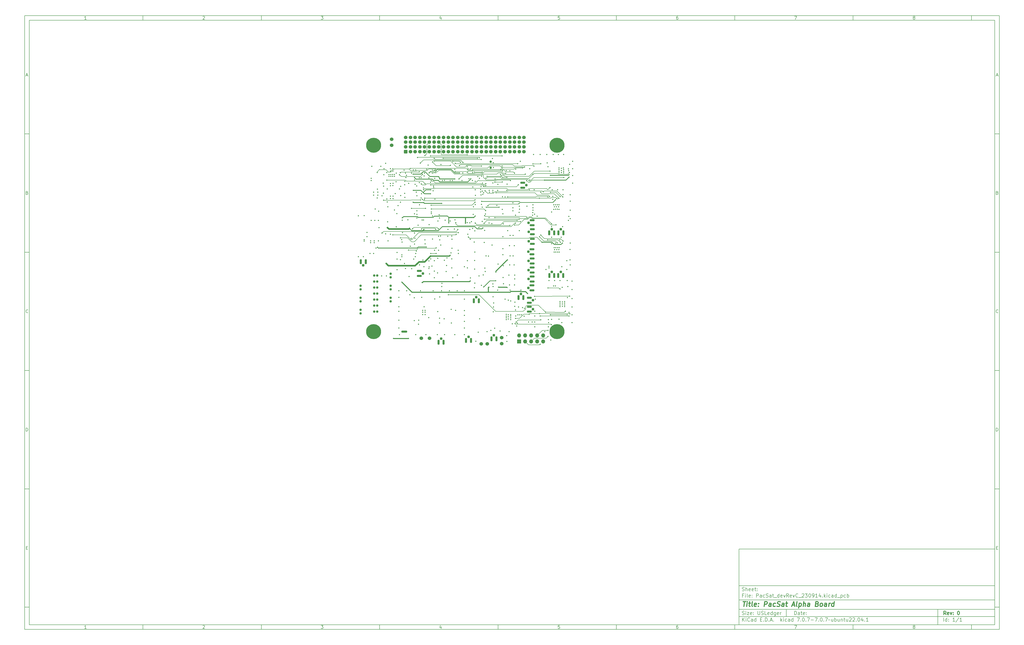
<source format=gbr>
%TF.GenerationSoftware,KiCad,Pcbnew,7.0.7-7.0.7~ubuntu22.04.1*%
%TF.CreationDate,2023-09-14T20:21:39-05:00*%
%TF.ProjectId,PacSat_devRevC_230914,50616353-6174-45f6-9465-76526576435f,0*%
%TF.SameCoordinates,Original*%
%TF.FileFunction,Copper,L3,Inr*%
%TF.FilePolarity,Positive*%
%FSLAX46Y46*%
G04 Gerber Fmt 4.6, Leading zero omitted, Abs format (unit mm)*
G04 Created by KiCad (PCBNEW 7.0.7-7.0.7~ubuntu22.04.1) date 2023-09-14 20:21:39*
%MOMM*%
%LPD*%
G01*
G04 APERTURE LIST*
G04 Aperture macros list*
%AMRoundRect*
0 Rectangle with rounded corners*
0 $1 Rounding radius*
0 $2 $3 $4 $5 $6 $7 $8 $9 X,Y pos of 4 corners*
0 Add a 4 corners polygon primitive as box body*
4,1,4,$2,$3,$4,$5,$6,$7,$8,$9,$2,$3,0*
0 Add four circle primitives for the rounded corners*
1,1,$1+$1,$2,$3*
1,1,$1+$1,$4,$5*
1,1,$1+$1,$6,$7*
1,1,$1+$1,$8,$9*
0 Add four rect primitives between the rounded corners*
20,1,$1+$1,$2,$3,$4,$5,0*
20,1,$1+$1,$4,$5,$6,$7,0*
20,1,$1+$1,$6,$7,$8,$9,0*
20,1,$1+$1,$8,$9,$2,$3,0*%
G04 Aperture macros list end*
%ADD10C,0.100000*%
%ADD11C,0.150000*%
%ADD12C,0.300000*%
%ADD13C,0.400000*%
%TA.AperFunction,ComponentPad*%
%ADD14C,1.524000*%
%TD*%
%TA.AperFunction,ComponentPad*%
%ADD15C,6.350000*%
%TD*%
%TA.AperFunction,ComponentPad*%
%ADD16RoundRect,0.290840X-0.471160X-0.471160X0.471160X-0.471160X0.471160X0.471160X-0.471160X0.471160X0*%
%TD*%
%TA.AperFunction,ComponentPad*%
%ADD17C,1.016000*%
%TD*%
%TA.AperFunction,ComponentPad*%
%ADD18O,2.540000X0.889000*%
%TD*%
%TA.AperFunction,ComponentPad*%
%ADD19C,1.000000*%
%TD*%
%TA.AperFunction,ComponentPad*%
%ADD20R,1.700000X1.700000*%
%TD*%
%TA.AperFunction,ComponentPad*%
%ADD21O,1.700000X1.700000*%
%TD*%
%TA.AperFunction,ComponentPad*%
%ADD22RoundRect,0.254000X0.254000X-0.254000X0.254000X0.254000X-0.254000X0.254000X-0.254000X-0.254000X0*%
%TD*%
%TA.AperFunction,ComponentPad*%
%ADD23RoundRect,0.200000X0.200000X-0.800000X0.200000X0.800000X-0.200000X0.800000X-0.200000X-0.800000X0*%
%TD*%
%TA.AperFunction,ComponentPad*%
%ADD24RoundRect,0.254000X0.254000X0.254000X-0.254000X0.254000X-0.254000X-0.254000X0.254000X-0.254000X0*%
%TD*%
%TA.AperFunction,ComponentPad*%
%ADD25RoundRect,0.200000X0.800000X0.200000X-0.800000X0.200000X-0.800000X-0.200000X0.800000X-0.200000X0*%
%TD*%
%TA.AperFunction,ComponentPad*%
%ADD26RoundRect,0.254000X-0.254000X0.254000X-0.254000X-0.254000X0.254000X-0.254000X0.254000X0.254000X0*%
%TD*%
%TA.AperFunction,ComponentPad*%
%ADD27RoundRect,0.200000X-0.200000X0.800000X-0.200000X-0.800000X0.200000X-0.800000X0.200000X0.800000X0*%
%TD*%
%TA.AperFunction,ComponentPad*%
%ADD28RoundRect,0.254000X-0.254000X-0.254000X0.254000X-0.254000X0.254000X0.254000X-0.254000X0.254000X0*%
%TD*%
%TA.AperFunction,ComponentPad*%
%ADD29RoundRect,0.200000X-0.800000X-0.200000X0.800000X-0.200000X0.800000X0.200000X-0.800000X0.200000X0*%
%TD*%
%TA.AperFunction,ViaPad*%
%ADD30C,0.508000*%
%TD*%
%TA.AperFunction,Conductor*%
%ADD31C,0.330200*%
%TD*%
%TA.AperFunction,Conductor*%
%ADD32C,0.381000*%
%TD*%
%TA.AperFunction,Conductor*%
%ADD33C,0.152400*%
%TD*%
%TA.AperFunction,Conductor*%
%ADD34C,0.304800*%
%TD*%
%TA.AperFunction,Conductor*%
%ADD35C,0.127000*%
%TD*%
%TA.AperFunction,Conductor*%
%ADD36C,0.635000*%
%TD*%
%TA.AperFunction,Conductor*%
%ADD37C,0.203200*%
%TD*%
%TA.AperFunction,Conductor*%
%ADD38C,0.254000*%
%TD*%
%TA.AperFunction,Conductor*%
%ADD39C,0.508000*%
%TD*%
G04 APERTURE END LIST*
D10*
D11*
X311800000Y-235400000D02*
X419800000Y-235400000D01*
X419800000Y-267400000D01*
X311800000Y-267400000D01*
X311800000Y-235400000D01*
D10*
D11*
X10000000Y-10000000D02*
X421800000Y-10000000D01*
X421800000Y-269400000D01*
X10000000Y-269400000D01*
X10000000Y-10000000D01*
D10*
D11*
X12000000Y-12000000D02*
X419800000Y-12000000D01*
X419800000Y-267400000D01*
X12000000Y-267400000D01*
X12000000Y-12000000D01*
D10*
D11*
X60000000Y-12000000D02*
X60000000Y-10000000D01*
D10*
D11*
X110000000Y-12000000D02*
X110000000Y-10000000D01*
D10*
D11*
X160000000Y-12000000D02*
X160000000Y-10000000D01*
D10*
D11*
X210000000Y-12000000D02*
X210000000Y-10000000D01*
D10*
D11*
X260000000Y-12000000D02*
X260000000Y-10000000D01*
D10*
D11*
X310000000Y-12000000D02*
X310000000Y-10000000D01*
D10*
D11*
X360000000Y-12000000D02*
X360000000Y-10000000D01*
D10*
D11*
X410000000Y-12000000D02*
X410000000Y-10000000D01*
D10*
D11*
X36089160Y-11593604D02*
X35346303Y-11593604D01*
X35717731Y-11593604D02*
X35717731Y-10293604D01*
X35717731Y-10293604D02*
X35593922Y-10479319D01*
X35593922Y-10479319D02*
X35470112Y-10603128D01*
X35470112Y-10603128D02*
X35346303Y-10665033D01*
D10*
D11*
X85346303Y-10417414D02*
X85408207Y-10355509D01*
X85408207Y-10355509D02*
X85532017Y-10293604D01*
X85532017Y-10293604D02*
X85841541Y-10293604D01*
X85841541Y-10293604D02*
X85965350Y-10355509D01*
X85965350Y-10355509D02*
X86027255Y-10417414D01*
X86027255Y-10417414D02*
X86089160Y-10541223D01*
X86089160Y-10541223D02*
X86089160Y-10665033D01*
X86089160Y-10665033D02*
X86027255Y-10850747D01*
X86027255Y-10850747D02*
X85284398Y-11593604D01*
X85284398Y-11593604D02*
X86089160Y-11593604D01*
D10*
D11*
X135284398Y-10293604D02*
X136089160Y-10293604D01*
X136089160Y-10293604D02*
X135655826Y-10788842D01*
X135655826Y-10788842D02*
X135841541Y-10788842D01*
X135841541Y-10788842D02*
X135965350Y-10850747D01*
X135965350Y-10850747D02*
X136027255Y-10912652D01*
X136027255Y-10912652D02*
X136089160Y-11036461D01*
X136089160Y-11036461D02*
X136089160Y-11345985D01*
X136089160Y-11345985D02*
X136027255Y-11469795D01*
X136027255Y-11469795D02*
X135965350Y-11531700D01*
X135965350Y-11531700D02*
X135841541Y-11593604D01*
X135841541Y-11593604D02*
X135470112Y-11593604D01*
X135470112Y-11593604D02*
X135346303Y-11531700D01*
X135346303Y-11531700D02*
X135284398Y-11469795D01*
D10*
D11*
X185965350Y-10726938D02*
X185965350Y-11593604D01*
X185655826Y-10231700D02*
X185346303Y-11160271D01*
X185346303Y-11160271D02*
X186151064Y-11160271D01*
D10*
D11*
X236027255Y-10293604D02*
X235408207Y-10293604D01*
X235408207Y-10293604D02*
X235346303Y-10912652D01*
X235346303Y-10912652D02*
X235408207Y-10850747D01*
X235408207Y-10850747D02*
X235532017Y-10788842D01*
X235532017Y-10788842D02*
X235841541Y-10788842D01*
X235841541Y-10788842D02*
X235965350Y-10850747D01*
X235965350Y-10850747D02*
X236027255Y-10912652D01*
X236027255Y-10912652D02*
X236089160Y-11036461D01*
X236089160Y-11036461D02*
X236089160Y-11345985D01*
X236089160Y-11345985D02*
X236027255Y-11469795D01*
X236027255Y-11469795D02*
X235965350Y-11531700D01*
X235965350Y-11531700D02*
X235841541Y-11593604D01*
X235841541Y-11593604D02*
X235532017Y-11593604D01*
X235532017Y-11593604D02*
X235408207Y-11531700D01*
X235408207Y-11531700D02*
X235346303Y-11469795D01*
D10*
D11*
X285965350Y-10293604D02*
X285717731Y-10293604D01*
X285717731Y-10293604D02*
X285593922Y-10355509D01*
X285593922Y-10355509D02*
X285532017Y-10417414D01*
X285532017Y-10417414D02*
X285408207Y-10603128D01*
X285408207Y-10603128D02*
X285346303Y-10850747D01*
X285346303Y-10850747D02*
X285346303Y-11345985D01*
X285346303Y-11345985D02*
X285408207Y-11469795D01*
X285408207Y-11469795D02*
X285470112Y-11531700D01*
X285470112Y-11531700D02*
X285593922Y-11593604D01*
X285593922Y-11593604D02*
X285841541Y-11593604D01*
X285841541Y-11593604D02*
X285965350Y-11531700D01*
X285965350Y-11531700D02*
X286027255Y-11469795D01*
X286027255Y-11469795D02*
X286089160Y-11345985D01*
X286089160Y-11345985D02*
X286089160Y-11036461D01*
X286089160Y-11036461D02*
X286027255Y-10912652D01*
X286027255Y-10912652D02*
X285965350Y-10850747D01*
X285965350Y-10850747D02*
X285841541Y-10788842D01*
X285841541Y-10788842D02*
X285593922Y-10788842D01*
X285593922Y-10788842D02*
X285470112Y-10850747D01*
X285470112Y-10850747D02*
X285408207Y-10912652D01*
X285408207Y-10912652D02*
X285346303Y-11036461D01*
D10*
D11*
X335284398Y-10293604D02*
X336151064Y-10293604D01*
X336151064Y-10293604D02*
X335593922Y-11593604D01*
D10*
D11*
X385593922Y-10850747D02*
X385470112Y-10788842D01*
X385470112Y-10788842D02*
X385408207Y-10726938D01*
X385408207Y-10726938D02*
X385346303Y-10603128D01*
X385346303Y-10603128D02*
X385346303Y-10541223D01*
X385346303Y-10541223D02*
X385408207Y-10417414D01*
X385408207Y-10417414D02*
X385470112Y-10355509D01*
X385470112Y-10355509D02*
X385593922Y-10293604D01*
X385593922Y-10293604D02*
X385841541Y-10293604D01*
X385841541Y-10293604D02*
X385965350Y-10355509D01*
X385965350Y-10355509D02*
X386027255Y-10417414D01*
X386027255Y-10417414D02*
X386089160Y-10541223D01*
X386089160Y-10541223D02*
X386089160Y-10603128D01*
X386089160Y-10603128D02*
X386027255Y-10726938D01*
X386027255Y-10726938D02*
X385965350Y-10788842D01*
X385965350Y-10788842D02*
X385841541Y-10850747D01*
X385841541Y-10850747D02*
X385593922Y-10850747D01*
X385593922Y-10850747D02*
X385470112Y-10912652D01*
X385470112Y-10912652D02*
X385408207Y-10974557D01*
X385408207Y-10974557D02*
X385346303Y-11098366D01*
X385346303Y-11098366D02*
X385346303Y-11345985D01*
X385346303Y-11345985D02*
X385408207Y-11469795D01*
X385408207Y-11469795D02*
X385470112Y-11531700D01*
X385470112Y-11531700D02*
X385593922Y-11593604D01*
X385593922Y-11593604D02*
X385841541Y-11593604D01*
X385841541Y-11593604D02*
X385965350Y-11531700D01*
X385965350Y-11531700D02*
X386027255Y-11469795D01*
X386027255Y-11469795D02*
X386089160Y-11345985D01*
X386089160Y-11345985D02*
X386089160Y-11098366D01*
X386089160Y-11098366D02*
X386027255Y-10974557D01*
X386027255Y-10974557D02*
X385965350Y-10912652D01*
X385965350Y-10912652D02*
X385841541Y-10850747D01*
D10*
D11*
X60000000Y-267400000D02*
X60000000Y-269400000D01*
D10*
D11*
X110000000Y-267400000D02*
X110000000Y-269400000D01*
D10*
D11*
X160000000Y-267400000D02*
X160000000Y-269400000D01*
D10*
D11*
X210000000Y-267400000D02*
X210000000Y-269400000D01*
D10*
D11*
X260000000Y-267400000D02*
X260000000Y-269400000D01*
D10*
D11*
X310000000Y-267400000D02*
X310000000Y-269400000D01*
D10*
D11*
X360000000Y-267400000D02*
X360000000Y-269400000D01*
D10*
D11*
X410000000Y-267400000D02*
X410000000Y-269400000D01*
D10*
D11*
X36089160Y-268993604D02*
X35346303Y-268993604D01*
X35717731Y-268993604D02*
X35717731Y-267693604D01*
X35717731Y-267693604D02*
X35593922Y-267879319D01*
X35593922Y-267879319D02*
X35470112Y-268003128D01*
X35470112Y-268003128D02*
X35346303Y-268065033D01*
D10*
D11*
X85346303Y-267817414D02*
X85408207Y-267755509D01*
X85408207Y-267755509D02*
X85532017Y-267693604D01*
X85532017Y-267693604D02*
X85841541Y-267693604D01*
X85841541Y-267693604D02*
X85965350Y-267755509D01*
X85965350Y-267755509D02*
X86027255Y-267817414D01*
X86027255Y-267817414D02*
X86089160Y-267941223D01*
X86089160Y-267941223D02*
X86089160Y-268065033D01*
X86089160Y-268065033D02*
X86027255Y-268250747D01*
X86027255Y-268250747D02*
X85284398Y-268993604D01*
X85284398Y-268993604D02*
X86089160Y-268993604D01*
D10*
D11*
X135284398Y-267693604D02*
X136089160Y-267693604D01*
X136089160Y-267693604D02*
X135655826Y-268188842D01*
X135655826Y-268188842D02*
X135841541Y-268188842D01*
X135841541Y-268188842D02*
X135965350Y-268250747D01*
X135965350Y-268250747D02*
X136027255Y-268312652D01*
X136027255Y-268312652D02*
X136089160Y-268436461D01*
X136089160Y-268436461D02*
X136089160Y-268745985D01*
X136089160Y-268745985D02*
X136027255Y-268869795D01*
X136027255Y-268869795D02*
X135965350Y-268931700D01*
X135965350Y-268931700D02*
X135841541Y-268993604D01*
X135841541Y-268993604D02*
X135470112Y-268993604D01*
X135470112Y-268993604D02*
X135346303Y-268931700D01*
X135346303Y-268931700D02*
X135284398Y-268869795D01*
D10*
D11*
X185965350Y-268126938D02*
X185965350Y-268993604D01*
X185655826Y-267631700D02*
X185346303Y-268560271D01*
X185346303Y-268560271D02*
X186151064Y-268560271D01*
D10*
D11*
X236027255Y-267693604D02*
X235408207Y-267693604D01*
X235408207Y-267693604D02*
X235346303Y-268312652D01*
X235346303Y-268312652D02*
X235408207Y-268250747D01*
X235408207Y-268250747D02*
X235532017Y-268188842D01*
X235532017Y-268188842D02*
X235841541Y-268188842D01*
X235841541Y-268188842D02*
X235965350Y-268250747D01*
X235965350Y-268250747D02*
X236027255Y-268312652D01*
X236027255Y-268312652D02*
X236089160Y-268436461D01*
X236089160Y-268436461D02*
X236089160Y-268745985D01*
X236089160Y-268745985D02*
X236027255Y-268869795D01*
X236027255Y-268869795D02*
X235965350Y-268931700D01*
X235965350Y-268931700D02*
X235841541Y-268993604D01*
X235841541Y-268993604D02*
X235532017Y-268993604D01*
X235532017Y-268993604D02*
X235408207Y-268931700D01*
X235408207Y-268931700D02*
X235346303Y-268869795D01*
D10*
D11*
X285965350Y-267693604D02*
X285717731Y-267693604D01*
X285717731Y-267693604D02*
X285593922Y-267755509D01*
X285593922Y-267755509D02*
X285532017Y-267817414D01*
X285532017Y-267817414D02*
X285408207Y-268003128D01*
X285408207Y-268003128D02*
X285346303Y-268250747D01*
X285346303Y-268250747D02*
X285346303Y-268745985D01*
X285346303Y-268745985D02*
X285408207Y-268869795D01*
X285408207Y-268869795D02*
X285470112Y-268931700D01*
X285470112Y-268931700D02*
X285593922Y-268993604D01*
X285593922Y-268993604D02*
X285841541Y-268993604D01*
X285841541Y-268993604D02*
X285965350Y-268931700D01*
X285965350Y-268931700D02*
X286027255Y-268869795D01*
X286027255Y-268869795D02*
X286089160Y-268745985D01*
X286089160Y-268745985D02*
X286089160Y-268436461D01*
X286089160Y-268436461D02*
X286027255Y-268312652D01*
X286027255Y-268312652D02*
X285965350Y-268250747D01*
X285965350Y-268250747D02*
X285841541Y-268188842D01*
X285841541Y-268188842D02*
X285593922Y-268188842D01*
X285593922Y-268188842D02*
X285470112Y-268250747D01*
X285470112Y-268250747D02*
X285408207Y-268312652D01*
X285408207Y-268312652D02*
X285346303Y-268436461D01*
D10*
D11*
X335284398Y-267693604D02*
X336151064Y-267693604D01*
X336151064Y-267693604D02*
X335593922Y-268993604D01*
D10*
D11*
X385593922Y-268250747D02*
X385470112Y-268188842D01*
X385470112Y-268188842D02*
X385408207Y-268126938D01*
X385408207Y-268126938D02*
X385346303Y-268003128D01*
X385346303Y-268003128D02*
X385346303Y-267941223D01*
X385346303Y-267941223D02*
X385408207Y-267817414D01*
X385408207Y-267817414D02*
X385470112Y-267755509D01*
X385470112Y-267755509D02*
X385593922Y-267693604D01*
X385593922Y-267693604D02*
X385841541Y-267693604D01*
X385841541Y-267693604D02*
X385965350Y-267755509D01*
X385965350Y-267755509D02*
X386027255Y-267817414D01*
X386027255Y-267817414D02*
X386089160Y-267941223D01*
X386089160Y-267941223D02*
X386089160Y-268003128D01*
X386089160Y-268003128D02*
X386027255Y-268126938D01*
X386027255Y-268126938D02*
X385965350Y-268188842D01*
X385965350Y-268188842D02*
X385841541Y-268250747D01*
X385841541Y-268250747D02*
X385593922Y-268250747D01*
X385593922Y-268250747D02*
X385470112Y-268312652D01*
X385470112Y-268312652D02*
X385408207Y-268374557D01*
X385408207Y-268374557D02*
X385346303Y-268498366D01*
X385346303Y-268498366D02*
X385346303Y-268745985D01*
X385346303Y-268745985D02*
X385408207Y-268869795D01*
X385408207Y-268869795D02*
X385470112Y-268931700D01*
X385470112Y-268931700D02*
X385593922Y-268993604D01*
X385593922Y-268993604D02*
X385841541Y-268993604D01*
X385841541Y-268993604D02*
X385965350Y-268931700D01*
X385965350Y-268931700D02*
X386027255Y-268869795D01*
X386027255Y-268869795D02*
X386089160Y-268745985D01*
X386089160Y-268745985D02*
X386089160Y-268498366D01*
X386089160Y-268498366D02*
X386027255Y-268374557D01*
X386027255Y-268374557D02*
X385965350Y-268312652D01*
X385965350Y-268312652D02*
X385841541Y-268250747D01*
D10*
D11*
X10000000Y-60000000D02*
X12000000Y-60000000D01*
D10*
D11*
X10000000Y-110000000D02*
X12000000Y-110000000D01*
D10*
D11*
X10000000Y-160000000D02*
X12000000Y-160000000D01*
D10*
D11*
X10000000Y-210000000D02*
X12000000Y-210000000D01*
D10*
D11*
X10000000Y-260000000D02*
X12000000Y-260000000D01*
D10*
D11*
X10690476Y-35222176D02*
X11309523Y-35222176D01*
X10566666Y-35593604D02*
X10999999Y-34293604D01*
X10999999Y-34293604D02*
X11433333Y-35593604D01*
D10*
D11*
X11092857Y-84912652D02*
X11278571Y-84974557D01*
X11278571Y-84974557D02*
X11340476Y-85036461D01*
X11340476Y-85036461D02*
X11402380Y-85160271D01*
X11402380Y-85160271D02*
X11402380Y-85345985D01*
X11402380Y-85345985D02*
X11340476Y-85469795D01*
X11340476Y-85469795D02*
X11278571Y-85531700D01*
X11278571Y-85531700D02*
X11154761Y-85593604D01*
X11154761Y-85593604D02*
X10659523Y-85593604D01*
X10659523Y-85593604D02*
X10659523Y-84293604D01*
X10659523Y-84293604D02*
X11092857Y-84293604D01*
X11092857Y-84293604D02*
X11216666Y-84355509D01*
X11216666Y-84355509D02*
X11278571Y-84417414D01*
X11278571Y-84417414D02*
X11340476Y-84541223D01*
X11340476Y-84541223D02*
X11340476Y-84665033D01*
X11340476Y-84665033D02*
X11278571Y-84788842D01*
X11278571Y-84788842D02*
X11216666Y-84850747D01*
X11216666Y-84850747D02*
X11092857Y-84912652D01*
X11092857Y-84912652D02*
X10659523Y-84912652D01*
D10*
D11*
X11402380Y-135469795D02*
X11340476Y-135531700D01*
X11340476Y-135531700D02*
X11154761Y-135593604D01*
X11154761Y-135593604D02*
X11030952Y-135593604D01*
X11030952Y-135593604D02*
X10845238Y-135531700D01*
X10845238Y-135531700D02*
X10721428Y-135407890D01*
X10721428Y-135407890D02*
X10659523Y-135284080D01*
X10659523Y-135284080D02*
X10597619Y-135036461D01*
X10597619Y-135036461D02*
X10597619Y-134850747D01*
X10597619Y-134850747D02*
X10659523Y-134603128D01*
X10659523Y-134603128D02*
X10721428Y-134479319D01*
X10721428Y-134479319D02*
X10845238Y-134355509D01*
X10845238Y-134355509D02*
X11030952Y-134293604D01*
X11030952Y-134293604D02*
X11154761Y-134293604D01*
X11154761Y-134293604D02*
X11340476Y-134355509D01*
X11340476Y-134355509D02*
X11402380Y-134417414D01*
D10*
D11*
X10659523Y-185593604D02*
X10659523Y-184293604D01*
X10659523Y-184293604D02*
X10969047Y-184293604D01*
X10969047Y-184293604D02*
X11154761Y-184355509D01*
X11154761Y-184355509D02*
X11278571Y-184479319D01*
X11278571Y-184479319D02*
X11340476Y-184603128D01*
X11340476Y-184603128D02*
X11402380Y-184850747D01*
X11402380Y-184850747D02*
X11402380Y-185036461D01*
X11402380Y-185036461D02*
X11340476Y-185284080D01*
X11340476Y-185284080D02*
X11278571Y-185407890D01*
X11278571Y-185407890D02*
X11154761Y-185531700D01*
X11154761Y-185531700D02*
X10969047Y-185593604D01*
X10969047Y-185593604D02*
X10659523Y-185593604D01*
D10*
D11*
X10721428Y-234912652D02*
X11154762Y-234912652D01*
X11340476Y-235593604D02*
X10721428Y-235593604D01*
X10721428Y-235593604D02*
X10721428Y-234293604D01*
X10721428Y-234293604D02*
X11340476Y-234293604D01*
D10*
D11*
X421800000Y-60000000D02*
X419800000Y-60000000D01*
D10*
D11*
X421800000Y-110000000D02*
X419800000Y-110000000D01*
D10*
D11*
X421800000Y-160000000D02*
X419800000Y-160000000D01*
D10*
D11*
X421800000Y-210000000D02*
X419800000Y-210000000D01*
D10*
D11*
X421800000Y-260000000D02*
X419800000Y-260000000D01*
D10*
D11*
X420490476Y-35222176D02*
X421109523Y-35222176D01*
X420366666Y-35593604D02*
X420799999Y-34293604D01*
X420799999Y-34293604D02*
X421233333Y-35593604D01*
D10*
D11*
X420892857Y-84912652D02*
X421078571Y-84974557D01*
X421078571Y-84974557D02*
X421140476Y-85036461D01*
X421140476Y-85036461D02*
X421202380Y-85160271D01*
X421202380Y-85160271D02*
X421202380Y-85345985D01*
X421202380Y-85345985D02*
X421140476Y-85469795D01*
X421140476Y-85469795D02*
X421078571Y-85531700D01*
X421078571Y-85531700D02*
X420954761Y-85593604D01*
X420954761Y-85593604D02*
X420459523Y-85593604D01*
X420459523Y-85593604D02*
X420459523Y-84293604D01*
X420459523Y-84293604D02*
X420892857Y-84293604D01*
X420892857Y-84293604D02*
X421016666Y-84355509D01*
X421016666Y-84355509D02*
X421078571Y-84417414D01*
X421078571Y-84417414D02*
X421140476Y-84541223D01*
X421140476Y-84541223D02*
X421140476Y-84665033D01*
X421140476Y-84665033D02*
X421078571Y-84788842D01*
X421078571Y-84788842D02*
X421016666Y-84850747D01*
X421016666Y-84850747D02*
X420892857Y-84912652D01*
X420892857Y-84912652D02*
X420459523Y-84912652D01*
D10*
D11*
X421202380Y-135469795D02*
X421140476Y-135531700D01*
X421140476Y-135531700D02*
X420954761Y-135593604D01*
X420954761Y-135593604D02*
X420830952Y-135593604D01*
X420830952Y-135593604D02*
X420645238Y-135531700D01*
X420645238Y-135531700D02*
X420521428Y-135407890D01*
X420521428Y-135407890D02*
X420459523Y-135284080D01*
X420459523Y-135284080D02*
X420397619Y-135036461D01*
X420397619Y-135036461D02*
X420397619Y-134850747D01*
X420397619Y-134850747D02*
X420459523Y-134603128D01*
X420459523Y-134603128D02*
X420521428Y-134479319D01*
X420521428Y-134479319D02*
X420645238Y-134355509D01*
X420645238Y-134355509D02*
X420830952Y-134293604D01*
X420830952Y-134293604D02*
X420954761Y-134293604D01*
X420954761Y-134293604D02*
X421140476Y-134355509D01*
X421140476Y-134355509D02*
X421202380Y-134417414D01*
D10*
D11*
X420459523Y-185593604D02*
X420459523Y-184293604D01*
X420459523Y-184293604D02*
X420769047Y-184293604D01*
X420769047Y-184293604D02*
X420954761Y-184355509D01*
X420954761Y-184355509D02*
X421078571Y-184479319D01*
X421078571Y-184479319D02*
X421140476Y-184603128D01*
X421140476Y-184603128D02*
X421202380Y-184850747D01*
X421202380Y-184850747D02*
X421202380Y-185036461D01*
X421202380Y-185036461D02*
X421140476Y-185284080D01*
X421140476Y-185284080D02*
X421078571Y-185407890D01*
X421078571Y-185407890D02*
X420954761Y-185531700D01*
X420954761Y-185531700D02*
X420769047Y-185593604D01*
X420769047Y-185593604D02*
X420459523Y-185593604D01*
D10*
D11*
X420521428Y-234912652D02*
X420954762Y-234912652D01*
X421140476Y-235593604D02*
X420521428Y-235593604D01*
X420521428Y-235593604D02*
X420521428Y-234293604D01*
X420521428Y-234293604D02*
X421140476Y-234293604D01*
D10*
D11*
X335255826Y-263186128D02*
X335255826Y-261686128D01*
X335255826Y-261686128D02*
X335612969Y-261686128D01*
X335612969Y-261686128D02*
X335827255Y-261757557D01*
X335827255Y-261757557D02*
X335970112Y-261900414D01*
X335970112Y-261900414D02*
X336041541Y-262043271D01*
X336041541Y-262043271D02*
X336112969Y-262328985D01*
X336112969Y-262328985D02*
X336112969Y-262543271D01*
X336112969Y-262543271D02*
X336041541Y-262828985D01*
X336041541Y-262828985D02*
X335970112Y-262971842D01*
X335970112Y-262971842D02*
X335827255Y-263114700D01*
X335827255Y-263114700D02*
X335612969Y-263186128D01*
X335612969Y-263186128D02*
X335255826Y-263186128D01*
X337398684Y-263186128D02*
X337398684Y-262400414D01*
X337398684Y-262400414D02*
X337327255Y-262257557D01*
X337327255Y-262257557D02*
X337184398Y-262186128D01*
X337184398Y-262186128D02*
X336898684Y-262186128D01*
X336898684Y-262186128D02*
X336755826Y-262257557D01*
X337398684Y-263114700D02*
X337255826Y-263186128D01*
X337255826Y-263186128D02*
X336898684Y-263186128D01*
X336898684Y-263186128D02*
X336755826Y-263114700D01*
X336755826Y-263114700D02*
X336684398Y-262971842D01*
X336684398Y-262971842D02*
X336684398Y-262828985D01*
X336684398Y-262828985D02*
X336755826Y-262686128D01*
X336755826Y-262686128D02*
X336898684Y-262614700D01*
X336898684Y-262614700D02*
X337255826Y-262614700D01*
X337255826Y-262614700D02*
X337398684Y-262543271D01*
X337898684Y-262186128D02*
X338470112Y-262186128D01*
X338112969Y-261686128D02*
X338112969Y-262971842D01*
X338112969Y-262971842D02*
X338184398Y-263114700D01*
X338184398Y-263114700D02*
X338327255Y-263186128D01*
X338327255Y-263186128D02*
X338470112Y-263186128D01*
X339541541Y-263114700D02*
X339398684Y-263186128D01*
X339398684Y-263186128D02*
X339112970Y-263186128D01*
X339112970Y-263186128D02*
X338970112Y-263114700D01*
X338970112Y-263114700D02*
X338898684Y-262971842D01*
X338898684Y-262971842D02*
X338898684Y-262400414D01*
X338898684Y-262400414D02*
X338970112Y-262257557D01*
X338970112Y-262257557D02*
X339112970Y-262186128D01*
X339112970Y-262186128D02*
X339398684Y-262186128D01*
X339398684Y-262186128D02*
X339541541Y-262257557D01*
X339541541Y-262257557D02*
X339612970Y-262400414D01*
X339612970Y-262400414D02*
X339612970Y-262543271D01*
X339612970Y-262543271D02*
X338898684Y-262686128D01*
X340255826Y-263043271D02*
X340327255Y-263114700D01*
X340327255Y-263114700D02*
X340255826Y-263186128D01*
X340255826Y-263186128D02*
X340184398Y-263114700D01*
X340184398Y-263114700D02*
X340255826Y-263043271D01*
X340255826Y-263043271D02*
X340255826Y-263186128D01*
X340255826Y-262257557D02*
X340327255Y-262328985D01*
X340327255Y-262328985D02*
X340255826Y-262400414D01*
X340255826Y-262400414D02*
X340184398Y-262328985D01*
X340184398Y-262328985D02*
X340255826Y-262257557D01*
X340255826Y-262257557D02*
X340255826Y-262400414D01*
D10*
D11*
X311800000Y-263900000D02*
X419800000Y-263900000D01*
D10*
D11*
X313255826Y-265986128D02*
X313255826Y-264486128D01*
X314112969Y-265986128D02*
X313470112Y-265128985D01*
X314112969Y-264486128D02*
X313255826Y-265343271D01*
X314755826Y-265986128D02*
X314755826Y-264986128D01*
X314755826Y-264486128D02*
X314684398Y-264557557D01*
X314684398Y-264557557D02*
X314755826Y-264628985D01*
X314755826Y-264628985D02*
X314827255Y-264557557D01*
X314827255Y-264557557D02*
X314755826Y-264486128D01*
X314755826Y-264486128D02*
X314755826Y-264628985D01*
X316327255Y-265843271D02*
X316255827Y-265914700D01*
X316255827Y-265914700D02*
X316041541Y-265986128D01*
X316041541Y-265986128D02*
X315898684Y-265986128D01*
X315898684Y-265986128D02*
X315684398Y-265914700D01*
X315684398Y-265914700D02*
X315541541Y-265771842D01*
X315541541Y-265771842D02*
X315470112Y-265628985D01*
X315470112Y-265628985D02*
X315398684Y-265343271D01*
X315398684Y-265343271D02*
X315398684Y-265128985D01*
X315398684Y-265128985D02*
X315470112Y-264843271D01*
X315470112Y-264843271D02*
X315541541Y-264700414D01*
X315541541Y-264700414D02*
X315684398Y-264557557D01*
X315684398Y-264557557D02*
X315898684Y-264486128D01*
X315898684Y-264486128D02*
X316041541Y-264486128D01*
X316041541Y-264486128D02*
X316255827Y-264557557D01*
X316255827Y-264557557D02*
X316327255Y-264628985D01*
X317612970Y-265986128D02*
X317612970Y-265200414D01*
X317612970Y-265200414D02*
X317541541Y-265057557D01*
X317541541Y-265057557D02*
X317398684Y-264986128D01*
X317398684Y-264986128D02*
X317112970Y-264986128D01*
X317112970Y-264986128D02*
X316970112Y-265057557D01*
X317612970Y-265914700D02*
X317470112Y-265986128D01*
X317470112Y-265986128D02*
X317112970Y-265986128D01*
X317112970Y-265986128D02*
X316970112Y-265914700D01*
X316970112Y-265914700D02*
X316898684Y-265771842D01*
X316898684Y-265771842D02*
X316898684Y-265628985D01*
X316898684Y-265628985D02*
X316970112Y-265486128D01*
X316970112Y-265486128D02*
X317112970Y-265414700D01*
X317112970Y-265414700D02*
X317470112Y-265414700D01*
X317470112Y-265414700D02*
X317612970Y-265343271D01*
X318970113Y-265986128D02*
X318970113Y-264486128D01*
X318970113Y-265914700D02*
X318827255Y-265986128D01*
X318827255Y-265986128D02*
X318541541Y-265986128D01*
X318541541Y-265986128D02*
X318398684Y-265914700D01*
X318398684Y-265914700D02*
X318327255Y-265843271D01*
X318327255Y-265843271D02*
X318255827Y-265700414D01*
X318255827Y-265700414D02*
X318255827Y-265271842D01*
X318255827Y-265271842D02*
X318327255Y-265128985D01*
X318327255Y-265128985D02*
X318398684Y-265057557D01*
X318398684Y-265057557D02*
X318541541Y-264986128D01*
X318541541Y-264986128D02*
X318827255Y-264986128D01*
X318827255Y-264986128D02*
X318970113Y-265057557D01*
X320827255Y-265200414D02*
X321327255Y-265200414D01*
X321541541Y-265986128D02*
X320827255Y-265986128D01*
X320827255Y-265986128D02*
X320827255Y-264486128D01*
X320827255Y-264486128D02*
X321541541Y-264486128D01*
X322184398Y-265843271D02*
X322255827Y-265914700D01*
X322255827Y-265914700D02*
X322184398Y-265986128D01*
X322184398Y-265986128D02*
X322112970Y-265914700D01*
X322112970Y-265914700D02*
X322184398Y-265843271D01*
X322184398Y-265843271D02*
X322184398Y-265986128D01*
X322898684Y-265986128D02*
X322898684Y-264486128D01*
X322898684Y-264486128D02*
X323255827Y-264486128D01*
X323255827Y-264486128D02*
X323470113Y-264557557D01*
X323470113Y-264557557D02*
X323612970Y-264700414D01*
X323612970Y-264700414D02*
X323684399Y-264843271D01*
X323684399Y-264843271D02*
X323755827Y-265128985D01*
X323755827Y-265128985D02*
X323755827Y-265343271D01*
X323755827Y-265343271D02*
X323684399Y-265628985D01*
X323684399Y-265628985D02*
X323612970Y-265771842D01*
X323612970Y-265771842D02*
X323470113Y-265914700D01*
X323470113Y-265914700D02*
X323255827Y-265986128D01*
X323255827Y-265986128D02*
X322898684Y-265986128D01*
X324398684Y-265843271D02*
X324470113Y-265914700D01*
X324470113Y-265914700D02*
X324398684Y-265986128D01*
X324398684Y-265986128D02*
X324327256Y-265914700D01*
X324327256Y-265914700D02*
X324398684Y-265843271D01*
X324398684Y-265843271D02*
X324398684Y-265986128D01*
X325041542Y-265557557D02*
X325755828Y-265557557D01*
X324898685Y-265986128D02*
X325398685Y-264486128D01*
X325398685Y-264486128D02*
X325898685Y-265986128D01*
X326398684Y-265843271D02*
X326470113Y-265914700D01*
X326470113Y-265914700D02*
X326398684Y-265986128D01*
X326398684Y-265986128D02*
X326327256Y-265914700D01*
X326327256Y-265914700D02*
X326398684Y-265843271D01*
X326398684Y-265843271D02*
X326398684Y-265986128D01*
X329398684Y-265986128D02*
X329398684Y-264486128D01*
X329541542Y-265414700D02*
X329970113Y-265986128D01*
X329970113Y-264986128D02*
X329398684Y-265557557D01*
X330612970Y-265986128D02*
X330612970Y-264986128D01*
X330612970Y-264486128D02*
X330541542Y-264557557D01*
X330541542Y-264557557D02*
X330612970Y-264628985D01*
X330612970Y-264628985D02*
X330684399Y-264557557D01*
X330684399Y-264557557D02*
X330612970Y-264486128D01*
X330612970Y-264486128D02*
X330612970Y-264628985D01*
X331970114Y-265914700D02*
X331827256Y-265986128D01*
X331827256Y-265986128D02*
X331541542Y-265986128D01*
X331541542Y-265986128D02*
X331398685Y-265914700D01*
X331398685Y-265914700D02*
X331327256Y-265843271D01*
X331327256Y-265843271D02*
X331255828Y-265700414D01*
X331255828Y-265700414D02*
X331255828Y-265271842D01*
X331255828Y-265271842D02*
X331327256Y-265128985D01*
X331327256Y-265128985D02*
X331398685Y-265057557D01*
X331398685Y-265057557D02*
X331541542Y-264986128D01*
X331541542Y-264986128D02*
X331827256Y-264986128D01*
X331827256Y-264986128D02*
X331970114Y-265057557D01*
X333255828Y-265986128D02*
X333255828Y-265200414D01*
X333255828Y-265200414D02*
X333184399Y-265057557D01*
X333184399Y-265057557D02*
X333041542Y-264986128D01*
X333041542Y-264986128D02*
X332755828Y-264986128D01*
X332755828Y-264986128D02*
X332612970Y-265057557D01*
X333255828Y-265914700D02*
X333112970Y-265986128D01*
X333112970Y-265986128D02*
X332755828Y-265986128D01*
X332755828Y-265986128D02*
X332612970Y-265914700D01*
X332612970Y-265914700D02*
X332541542Y-265771842D01*
X332541542Y-265771842D02*
X332541542Y-265628985D01*
X332541542Y-265628985D02*
X332612970Y-265486128D01*
X332612970Y-265486128D02*
X332755828Y-265414700D01*
X332755828Y-265414700D02*
X333112970Y-265414700D01*
X333112970Y-265414700D02*
X333255828Y-265343271D01*
X334612971Y-265986128D02*
X334612971Y-264486128D01*
X334612971Y-265914700D02*
X334470113Y-265986128D01*
X334470113Y-265986128D02*
X334184399Y-265986128D01*
X334184399Y-265986128D02*
X334041542Y-265914700D01*
X334041542Y-265914700D02*
X333970113Y-265843271D01*
X333970113Y-265843271D02*
X333898685Y-265700414D01*
X333898685Y-265700414D02*
X333898685Y-265271842D01*
X333898685Y-265271842D02*
X333970113Y-265128985D01*
X333970113Y-265128985D02*
X334041542Y-265057557D01*
X334041542Y-265057557D02*
X334184399Y-264986128D01*
X334184399Y-264986128D02*
X334470113Y-264986128D01*
X334470113Y-264986128D02*
X334612971Y-265057557D01*
X336327256Y-264486128D02*
X337327256Y-264486128D01*
X337327256Y-264486128D02*
X336684399Y-265986128D01*
X337898684Y-265843271D02*
X337970113Y-265914700D01*
X337970113Y-265914700D02*
X337898684Y-265986128D01*
X337898684Y-265986128D02*
X337827256Y-265914700D01*
X337827256Y-265914700D02*
X337898684Y-265843271D01*
X337898684Y-265843271D02*
X337898684Y-265986128D01*
X338898685Y-264486128D02*
X339041542Y-264486128D01*
X339041542Y-264486128D02*
X339184399Y-264557557D01*
X339184399Y-264557557D02*
X339255828Y-264628985D01*
X339255828Y-264628985D02*
X339327256Y-264771842D01*
X339327256Y-264771842D02*
X339398685Y-265057557D01*
X339398685Y-265057557D02*
X339398685Y-265414700D01*
X339398685Y-265414700D02*
X339327256Y-265700414D01*
X339327256Y-265700414D02*
X339255828Y-265843271D01*
X339255828Y-265843271D02*
X339184399Y-265914700D01*
X339184399Y-265914700D02*
X339041542Y-265986128D01*
X339041542Y-265986128D02*
X338898685Y-265986128D01*
X338898685Y-265986128D02*
X338755828Y-265914700D01*
X338755828Y-265914700D02*
X338684399Y-265843271D01*
X338684399Y-265843271D02*
X338612970Y-265700414D01*
X338612970Y-265700414D02*
X338541542Y-265414700D01*
X338541542Y-265414700D02*
X338541542Y-265057557D01*
X338541542Y-265057557D02*
X338612970Y-264771842D01*
X338612970Y-264771842D02*
X338684399Y-264628985D01*
X338684399Y-264628985D02*
X338755828Y-264557557D01*
X338755828Y-264557557D02*
X338898685Y-264486128D01*
X340041541Y-265843271D02*
X340112970Y-265914700D01*
X340112970Y-265914700D02*
X340041541Y-265986128D01*
X340041541Y-265986128D02*
X339970113Y-265914700D01*
X339970113Y-265914700D02*
X340041541Y-265843271D01*
X340041541Y-265843271D02*
X340041541Y-265986128D01*
X340612970Y-264486128D02*
X341612970Y-264486128D01*
X341612970Y-264486128D02*
X340970113Y-265986128D01*
X342184398Y-265414700D02*
X343327256Y-265414700D01*
X343898684Y-264486128D02*
X344898684Y-264486128D01*
X344898684Y-264486128D02*
X344255827Y-265986128D01*
X345470112Y-265843271D02*
X345541541Y-265914700D01*
X345541541Y-265914700D02*
X345470112Y-265986128D01*
X345470112Y-265986128D02*
X345398684Y-265914700D01*
X345398684Y-265914700D02*
X345470112Y-265843271D01*
X345470112Y-265843271D02*
X345470112Y-265986128D01*
X346470113Y-264486128D02*
X346612970Y-264486128D01*
X346612970Y-264486128D02*
X346755827Y-264557557D01*
X346755827Y-264557557D02*
X346827256Y-264628985D01*
X346827256Y-264628985D02*
X346898684Y-264771842D01*
X346898684Y-264771842D02*
X346970113Y-265057557D01*
X346970113Y-265057557D02*
X346970113Y-265414700D01*
X346970113Y-265414700D02*
X346898684Y-265700414D01*
X346898684Y-265700414D02*
X346827256Y-265843271D01*
X346827256Y-265843271D02*
X346755827Y-265914700D01*
X346755827Y-265914700D02*
X346612970Y-265986128D01*
X346612970Y-265986128D02*
X346470113Y-265986128D01*
X346470113Y-265986128D02*
X346327256Y-265914700D01*
X346327256Y-265914700D02*
X346255827Y-265843271D01*
X346255827Y-265843271D02*
X346184398Y-265700414D01*
X346184398Y-265700414D02*
X346112970Y-265414700D01*
X346112970Y-265414700D02*
X346112970Y-265057557D01*
X346112970Y-265057557D02*
X346184398Y-264771842D01*
X346184398Y-264771842D02*
X346255827Y-264628985D01*
X346255827Y-264628985D02*
X346327256Y-264557557D01*
X346327256Y-264557557D02*
X346470113Y-264486128D01*
X347612969Y-265843271D02*
X347684398Y-265914700D01*
X347684398Y-265914700D02*
X347612969Y-265986128D01*
X347612969Y-265986128D02*
X347541541Y-265914700D01*
X347541541Y-265914700D02*
X347612969Y-265843271D01*
X347612969Y-265843271D02*
X347612969Y-265986128D01*
X348184398Y-264486128D02*
X349184398Y-264486128D01*
X349184398Y-264486128D02*
X348541541Y-265986128D01*
X349541541Y-265414700D02*
X349612969Y-265343271D01*
X349612969Y-265343271D02*
X349755826Y-265271842D01*
X349755826Y-265271842D02*
X350041541Y-265414700D01*
X350041541Y-265414700D02*
X350184398Y-265343271D01*
X350184398Y-265343271D02*
X350255826Y-265271842D01*
X351470113Y-264986128D02*
X351470113Y-265986128D01*
X350827255Y-264986128D02*
X350827255Y-265771842D01*
X350827255Y-265771842D02*
X350898684Y-265914700D01*
X350898684Y-265914700D02*
X351041541Y-265986128D01*
X351041541Y-265986128D02*
X351255827Y-265986128D01*
X351255827Y-265986128D02*
X351398684Y-265914700D01*
X351398684Y-265914700D02*
X351470113Y-265843271D01*
X352184398Y-265986128D02*
X352184398Y-264486128D01*
X352184398Y-265057557D02*
X352327256Y-264986128D01*
X352327256Y-264986128D02*
X352612970Y-264986128D01*
X352612970Y-264986128D02*
X352755827Y-265057557D01*
X352755827Y-265057557D02*
X352827256Y-265128985D01*
X352827256Y-265128985D02*
X352898684Y-265271842D01*
X352898684Y-265271842D02*
X352898684Y-265700414D01*
X352898684Y-265700414D02*
X352827256Y-265843271D01*
X352827256Y-265843271D02*
X352755827Y-265914700D01*
X352755827Y-265914700D02*
X352612970Y-265986128D01*
X352612970Y-265986128D02*
X352327256Y-265986128D01*
X352327256Y-265986128D02*
X352184398Y-265914700D01*
X354184399Y-264986128D02*
X354184399Y-265986128D01*
X353541541Y-264986128D02*
X353541541Y-265771842D01*
X353541541Y-265771842D02*
X353612970Y-265914700D01*
X353612970Y-265914700D02*
X353755827Y-265986128D01*
X353755827Y-265986128D02*
X353970113Y-265986128D01*
X353970113Y-265986128D02*
X354112970Y-265914700D01*
X354112970Y-265914700D02*
X354184399Y-265843271D01*
X354898684Y-264986128D02*
X354898684Y-265986128D01*
X354898684Y-265128985D02*
X354970113Y-265057557D01*
X354970113Y-265057557D02*
X355112970Y-264986128D01*
X355112970Y-264986128D02*
X355327256Y-264986128D01*
X355327256Y-264986128D02*
X355470113Y-265057557D01*
X355470113Y-265057557D02*
X355541542Y-265200414D01*
X355541542Y-265200414D02*
X355541542Y-265986128D01*
X356041542Y-264986128D02*
X356612970Y-264986128D01*
X356255827Y-264486128D02*
X356255827Y-265771842D01*
X356255827Y-265771842D02*
X356327256Y-265914700D01*
X356327256Y-265914700D02*
X356470113Y-265986128D01*
X356470113Y-265986128D02*
X356612970Y-265986128D01*
X357755828Y-264986128D02*
X357755828Y-265986128D01*
X357112970Y-264986128D02*
X357112970Y-265771842D01*
X357112970Y-265771842D02*
X357184399Y-265914700D01*
X357184399Y-265914700D02*
X357327256Y-265986128D01*
X357327256Y-265986128D02*
X357541542Y-265986128D01*
X357541542Y-265986128D02*
X357684399Y-265914700D01*
X357684399Y-265914700D02*
X357755828Y-265843271D01*
X358398685Y-264628985D02*
X358470113Y-264557557D01*
X358470113Y-264557557D02*
X358612971Y-264486128D01*
X358612971Y-264486128D02*
X358970113Y-264486128D01*
X358970113Y-264486128D02*
X359112971Y-264557557D01*
X359112971Y-264557557D02*
X359184399Y-264628985D01*
X359184399Y-264628985D02*
X359255828Y-264771842D01*
X359255828Y-264771842D02*
X359255828Y-264914700D01*
X359255828Y-264914700D02*
X359184399Y-265128985D01*
X359184399Y-265128985D02*
X358327256Y-265986128D01*
X358327256Y-265986128D02*
X359255828Y-265986128D01*
X359827256Y-264628985D02*
X359898684Y-264557557D01*
X359898684Y-264557557D02*
X360041542Y-264486128D01*
X360041542Y-264486128D02*
X360398684Y-264486128D01*
X360398684Y-264486128D02*
X360541542Y-264557557D01*
X360541542Y-264557557D02*
X360612970Y-264628985D01*
X360612970Y-264628985D02*
X360684399Y-264771842D01*
X360684399Y-264771842D02*
X360684399Y-264914700D01*
X360684399Y-264914700D02*
X360612970Y-265128985D01*
X360612970Y-265128985D02*
X359755827Y-265986128D01*
X359755827Y-265986128D02*
X360684399Y-265986128D01*
X361327255Y-265843271D02*
X361398684Y-265914700D01*
X361398684Y-265914700D02*
X361327255Y-265986128D01*
X361327255Y-265986128D02*
X361255827Y-265914700D01*
X361255827Y-265914700D02*
X361327255Y-265843271D01*
X361327255Y-265843271D02*
X361327255Y-265986128D01*
X362327256Y-264486128D02*
X362470113Y-264486128D01*
X362470113Y-264486128D02*
X362612970Y-264557557D01*
X362612970Y-264557557D02*
X362684399Y-264628985D01*
X362684399Y-264628985D02*
X362755827Y-264771842D01*
X362755827Y-264771842D02*
X362827256Y-265057557D01*
X362827256Y-265057557D02*
X362827256Y-265414700D01*
X362827256Y-265414700D02*
X362755827Y-265700414D01*
X362755827Y-265700414D02*
X362684399Y-265843271D01*
X362684399Y-265843271D02*
X362612970Y-265914700D01*
X362612970Y-265914700D02*
X362470113Y-265986128D01*
X362470113Y-265986128D02*
X362327256Y-265986128D01*
X362327256Y-265986128D02*
X362184399Y-265914700D01*
X362184399Y-265914700D02*
X362112970Y-265843271D01*
X362112970Y-265843271D02*
X362041541Y-265700414D01*
X362041541Y-265700414D02*
X361970113Y-265414700D01*
X361970113Y-265414700D02*
X361970113Y-265057557D01*
X361970113Y-265057557D02*
X362041541Y-264771842D01*
X362041541Y-264771842D02*
X362112970Y-264628985D01*
X362112970Y-264628985D02*
X362184399Y-264557557D01*
X362184399Y-264557557D02*
X362327256Y-264486128D01*
X364112970Y-264986128D02*
X364112970Y-265986128D01*
X363755827Y-264414700D02*
X363398684Y-265486128D01*
X363398684Y-265486128D02*
X364327255Y-265486128D01*
X364898683Y-265843271D02*
X364970112Y-265914700D01*
X364970112Y-265914700D02*
X364898683Y-265986128D01*
X364898683Y-265986128D02*
X364827255Y-265914700D01*
X364827255Y-265914700D02*
X364898683Y-265843271D01*
X364898683Y-265843271D02*
X364898683Y-265986128D01*
X366398684Y-265986128D02*
X365541541Y-265986128D01*
X365970112Y-265986128D02*
X365970112Y-264486128D01*
X365970112Y-264486128D02*
X365827255Y-264700414D01*
X365827255Y-264700414D02*
X365684398Y-264843271D01*
X365684398Y-264843271D02*
X365541541Y-264914700D01*
D10*
D11*
X311800000Y-260900000D02*
X419800000Y-260900000D01*
D10*
D12*
X399211653Y-263178328D02*
X398711653Y-262464042D01*
X398354510Y-263178328D02*
X398354510Y-261678328D01*
X398354510Y-261678328D02*
X398925939Y-261678328D01*
X398925939Y-261678328D02*
X399068796Y-261749757D01*
X399068796Y-261749757D02*
X399140225Y-261821185D01*
X399140225Y-261821185D02*
X399211653Y-261964042D01*
X399211653Y-261964042D02*
X399211653Y-262178328D01*
X399211653Y-262178328D02*
X399140225Y-262321185D01*
X399140225Y-262321185D02*
X399068796Y-262392614D01*
X399068796Y-262392614D02*
X398925939Y-262464042D01*
X398925939Y-262464042D02*
X398354510Y-262464042D01*
X400425939Y-263106900D02*
X400283082Y-263178328D01*
X400283082Y-263178328D02*
X399997368Y-263178328D01*
X399997368Y-263178328D02*
X399854510Y-263106900D01*
X399854510Y-263106900D02*
X399783082Y-262964042D01*
X399783082Y-262964042D02*
X399783082Y-262392614D01*
X399783082Y-262392614D02*
X399854510Y-262249757D01*
X399854510Y-262249757D02*
X399997368Y-262178328D01*
X399997368Y-262178328D02*
X400283082Y-262178328D01*
X400283082Y-262178328D02*
X400425939Y-262249757D01*
X400425939Y-262249757D02*
X400497368Y-262392614D01*
X400497368Y-262392614D02*
X400497368Y-262535471D01*
X400497368Y-262535471D02*
X399783082Y-262678328D01*
X400997367Y-262178328D02*
X401354510Y-263178328D01*
X401354510Y-263178328D02*
X401711653Y-262178328D01*
X402283081Y-263035471D02*
X402354510Y-263106900D01*
X402354510Y-263106900D02*
X402283081Y-263178328D01*
X402283081Y-263178328D02*
X402211653Y-263106900D01*
X402211653Y-263106900D02*
X402283081Y-263035471D01*
X402283081Y-263035471D02*
X402283081Y-263178328D01*
X402283081Y-262249757D02*
X402354510Y-262321185D01*
X402354510Y-262321185D02*
X402283081Y-262392614D01*
X402283081Y-262392614D02*
X402211653Y-262321185D01*
X402211653Y-262321185D02*
X402283081Y-262249757D01*
X402283081Y-262249757D02*
X402283081Y-262392614D01*
X404425939Y-261678328D02*
X404568796Y-261678328D01*
X404568796Y-261678328D02*
X404711653Y-261749757D01*
X404711653Y-261749757D02*
X404783082Y-261821185D01*
X404783082Y-261821185D02*
X404854510Y-261964042D01*
X404854510Y-261964042D02*
X404925939Y-262249757D01*
X404925939Y-262249757D02*
X404925939Y-262606900D01*
X404925939Y-262606900D02*
X404854510Y-262892614D01*
X404854510Y-262892614D02*
X404783082Y-263035471D01*
X404783082Y-263035471D02*
X404711653Y-263106900D01*
X404711653Y-263106900D02*
X404568796Y-263178328D01*
X404568796Y-263178328D02*
X404425939Y-263178328D01*
X404425939Y-263178328D02*
X404283082Y-263106900D01*
X404283082Y-263106900D02*
X404211653Y-263035471D01*
X404211653Y-263035471D02*
X404140224Y-262892614D01*
X404140224Y-262892614D02*
X404068796Y-262606900D01*
X404068796Y-262606900D02*
X404068796Y-262249757D01*
X404068796Y-262249757D02*
X404140224Y-261964042D01*
X404140224Y-261964042D02*
X404211653Y-261821185D01*
X404211653Y-261821185D02*
X404283082Y-261749757D01*
X404283082Y-261749757D02*
X404425939Y-261678328D01*
D10*
D11*
X313184398Y-263114700D02*
X313398684Y-263186128D01*
X313398684Y-263186128D02*
X313755826Y-263186128D01*
X313755826Y-263186128D02*
X313898684Y-263114700D01*
X313898684Y-263114700D02*
X313970112Y-263043271D01*
X313970112Y-263043271D02*
X314041541Y-262900414D01*
X314041541Y-262900414D02*
X314041541Y-262757557D01*
X314041541Y-262757557D02*
X313970112Y-262614700D01*
X313970112Y-262614700D02*
X313898684Y-262543271D01*
X313898684Y-262543271D02*
X313755826Y-262471842D01*
X313755826Y-262471842D02*
X313470112Y-262400414D01*
X313470112Y-262400414D02*
X313327255Y-262328985D01*
X313327255Y-262328985D02*
X313255826Y-262257557D01*
X313255826Y-262257557D02*
X313184398Y-262114700D01*
X313184398Y-262114700D02*
X313184398Y-261971842D01*
X313184398Y-261971842D02*
X313255826Y-261828985D01*
X313255826Y-261828985D02*
X313327255Y-261757557D01*
X313327255Y-261757557D02*
X313470112Y-261686128D01*
X313470112Y-261686128D02*
X313827255Y-261686128D01*
X313827255Y-261686128D02*
X314041541Y-261757557D01*
X314684397Y-263186128D02*
X314684397Y-262186128D01*
X314684397Y-261686128D02*
X314612969Y-261757557D01*
X314612969Y-261757557D02*
X314684397Y-261828985D01*
X314684397Y-261828985D02*
X314755826Y-261757557D01*
X314755826Y-261757557D02*
X314684397Y-261686128D01*
X314684397Y-261686128D02*
X314684397Y-261828985D01*
X315255826Y-262186128D02*
X316041541Y-262186128D01*
X316041541Y-262186128D02*
X315255826Y-263186128D01*
X315255826Y-263186128D02*
X316041541Y-263186128D01*
X317184398Y-263114700D02*
X317041541Y-263186128D01*
X317041541Y-263186128D02*
X316755827Y-263186128D01*
X316755827Y-263186128D02*
X316612969Y-263114700D01*
X316612969Y-263114700D02*
X316541541Y-262971842D01*
X316541541Y-262971842D02*
X316541541Y-262400414D01*
X316541541Y-262400414D02*
X316612969Y-262257557D01*
X316612969Y-262257557D02*
X316755827Y-262186128D01*
X316755827Y-262186128D02*
X317041541Y-262186128D01*
X317041541Y-262186128D02*
X317184398Y-262257557D01*
X317184398Y-262257557D02*
X317255827Y-262400414D01*
X317255827Y-262400414D02*
X317255827Y-262543271D01*
X317255827Y-262543271D02*
X316541541Y-262686128D01*
X317898683Y-263043271D02*
X317970112Y-263114700D01*
X317970112Y-263114700D02*
X317898683Y-263186128D01*
X317898683Y-263186128D02*
X317827255Y-263114700D01*
X317827255Y-263114700D02*
X317898683Y-263043271D01*
X317898683Y-263043271D02*
X317898683Y-263186128D01*
X317898683Y-262257557D02*
X317970112Y-262328985D01*
X317970112Y-262328985D02*
X317898683Y-262400414D01*
X317898683Y-262400414D02*
X317827255Y-262328985D01*
X317827255Y-262328985D02*
X317898683Y-262257557D01*
X317898683Y-262257557D02*
X317898683Y-262400414D01*
X319755826Y-261686128D02*
X319755826Y-262900414D01*
X319755826Y-262900414D02*
X319827255Y-263043271D01*
X319827255Y-263043271D02*
X319898684Y-263114700D01*
X319898684Y-263114700D02*
X320041541Y-263186128D01*
X320041541Y-263186128D02*
X320327255Y-263186128D01*
X320327255Y-263186128D02*
X320470112Y-263114700D01*
X320470112Y-263114700D02*
X320541541Y-263043271D01*
X320541541Y-263043271D02*
X320612969Y-262900414D01*
X320612969Y-262900414D02*
X320612969Y-261686128D01*
X321255827Y-263114700D02*
X321470113Y-263186128D01*
X321470113Y-263186128D02*
X321827255Y-263186128D01*
X321827255Y-263186128D02*
X321970113Y-263114700D01*
X321970113Y-263114700D02*
X322041541Y-263043271D01*
X322041541Y-263043271D02*
X322112970Y-262900414D01*
X322112970Y-262900414D02*
X322112970Y-262757557D01*
X322112970Y-262757557D02*
X322041541Y-262614700D01*
X322041541Y-262614700D02*
X321970113Y-262543271D01*
X321970113Y-262543271D02*
X321827255Y-262471842D01*
X321827255Y-262471842D02*
X321541541Y-262400414D01*
X321541541Y-262400414D02*
X321398684Y-262328985D01*
X321398684Y-262328985D02*
X321327255Y-262257557D01*
X321327255Y-262257557D02*
X321255827Y-262114700D01*
X321255827Y-262114700D02*
X321255827Y-261971842D01*
X321255827Y-261971842D02*
X321327255Y-261828985D01*
X321327255Y-261828985D02*
X321398684Y-261757557D01*
X321398684Y-261757557D02*
X321541541Y-261686128D01*
X321541541Y-261686128D02*
X321898684Y-261686128D01*
X321898684Y-261686128D02*
X322112970Y-261757557D01*
X323470112Y-263186128D02*
X322755826Y-263186128D01*
X322755826Y-263186128D02*
X322755826Y-261686128D01*
X324541541Y-263114700D02*
X324398684Y-263186128D01*
X324398684Y-263186128D02*
X324112970Y-263186128D01*
X324112970Y-263186128D02*
X323970112Y-263114700D01*
X323970112Y-263114700D02*
X323898684Y-262971842D01*
X323898684Y-262971842D02*
X323898684Y-262400414D01*
X323898684Y-262400414D02*
X323970112Y-262257557D01*
X323970112Y-262257557D02*
X324112970Y-262186128D01*
X324112970Y-262186128D02*
X324398684Y-262186128D01*
X324398684Y-262186128D02*
X324541541Y-262257557D01*
X324541541Y-262257557D02*
X324612970Y-262400414D01*
X324612970Y-262400414D02*
X324612970Y-262543271D01*
X324612970Y-262543271D02*
X323898684Y-262686128D01*
X325898684Y-263186128D02*
X325898684Y-261686128D01*
X325898684Y-263114700D02*
X325755826Y-263186128D01*
X325755826Y-263186128D02*
X325470112Y-263186128D01*
X325470112Y-263186128D02*
X325327255Y-263114700D01*
X325327255Y-263114700D02*
X325255826Y-263043271D01*
X325255826Y-263043271D02*
X325184398Y-262900414D01*
X325184398Y-262900414D02*
X325184398Y-262471842D01*
X325184398Y-262471842D02*
X325255826Y-262328985D01*
X325255826Y-262328985D02*
X325327255Y-262257557D01*
X325327255Y-262257557D02*
X325470112Y-262186128D01*
X325470112Y-262186128D02*
X325755826Y-262186128D01*
X325755826Y-262186128D02*
X325898684Y-262257557D01*
X327255827Y-262186128D02*
X327255827Y-263400414D01*
X327255827Y-263400414D02*
X327184398Y-263543271D01*
X327184398Y-263543271D02*
X327112969Y-263614700D01*
X327112969Y-263614700D02*
X326970112Y-263686128D01*
X326970112Y-263686128D02*
X326755827Y-263686128D01*
X326755827Y-263686128D02*
X326612969Y-263614700D01*
X327255827Y-263114700D02*
X327112969Y-263186128D01*
X327112969Y-263186128D02*
X326827255Y-263186128D01*
X326827255Y-263186128D02*
X326684398Y-263114700D01*
X326684398Y-263114700D02*
X326612969Y-263043271D01*
X326612969Y-263043271D02*
X326541541Y-262900414D01*
X326541541Y-262900414D02*
X326541541Y-262471842D01*
X326541541Y-262471842D02*
X326612969Y-262328985D01*
X326612969Y-262328985D02*
X326684398Y-262257557D01*
X326684398Y-262257557D02*
X326827255Y-262186128D01*
X326827255Y-262186128D02*
X327112969Y-262186128D01*
X327112969Y-262186128D02*
X327255827Y-262257557D01*
X328541541Y-263114700D02*
X328398684Y-263186128D01*
X328398684Y-263186128D02*
X328112970Y-263186128D01*
X328112970Y-263186128D02*
X327970112Y-263114700D01*
X327970112Y-263114700D02*
X327898684Y-262971842D01*
X327898684Y-262971842D02*
X327898684Y-262400414D01*
X327898684Y-262400414D02*
X327970112Y-262257557D01*
X327970112Y-262257557D02*
X328112970Y-262186128D01*
X328112970Y-262186128D02*
X328398684Y-262186128D01*
X328398684Y-262186128D02*
X328541541Y-262257557D01*
X328541541Y-262257557D02*
X328612970Y-262400414D01*
X328612970Y-262400414D02*
X328612970Y-262543271D01*
X328612970Y-262543271D02*
X327898684Y-262686128D01*
X329255826Y-263186128D02*
X329255826Y-262186128D01*
X329255826Y-262471842D02*
X329327255Y-262328985D01*
X329327255Y-262328985D02*
X329398684Y-262257557D01*
X329398684Y-262257557D02*
X329541541Y-262186128D01*
X329541541Y-262186128D02*
X329684398Y-262186128D01*
D10*
D11*
X398255826Y-265986128D02*
X398255826Y-264486128D01*
X399612970Y-265986128D02*
X399612970Y-264486128D01*
X399612970Y-265914700D02*
X399470112Y-265986128D01*
X399470112Y-265986128D02*
X399184398Y-265986128D01*
X399184398Y-265986128D02*
X399041541Y-265914700D01*
X399041541Y-265914700D02*
X398970112Y-265843271D01*
X398970112Y-265843271D02*
X398898684Y-265700414D01*
X398898684Y-265700414D02*
X398898684Y-265271842D01*
X398898684Y-265271842D02*
X398970112Y-265128985D01*
X398970112Y-265128985D02*
X399041541Y-265057557D01*
X399041541Y-265057557D02*
X399184398Y-264986128D01*
X399184398Y-264986128D02*
X399470112Y-264986128D01*
X399470112Y-264986128D02*
X399612970Y-265057557D01*
X400327255Y-265843271D02*
X400398684Y-265914700D01*
X400398684Y-265914700D02*
X400327255Y-265986128D01*
X400327255Y-265986128D02*
X400255827Y-265914700D01*
X400255827Y-265914700D02*
X400327255Y-265843271D01*
X400327255Y-265843271D02*
X400327255Y-265986128D01*
X400327255Y-265057557D02*
X400398684Y-265128985D01*
X400398684Y-265128985D02*
X400327255Y-265200414D01*
X400327255Y-265200414D02*
X400255827Y-265128985D01*
X400255827Y-265128985D02*
X400327255Y-265057557D01*
X400327255Y-265057557D02*
X400327255Y-265200414D01*
X402970113Y-265986128D02*
X402112970Y-265986128D01*
X402541541Y-265986128D02*
X402541541Y-264486128D01*
X402541541Y-264486128D02*
X402398684Y-264700414D01*
X402398684Y-264700414D02*
X402255827Y-264843271D01*
X402255827Y-264843271D02*
X402112970Y-264914700D01*
X404684398Y-264414700D02*
X403398684Y-266343271D01*
X405970113Y-265986128D02*
X405112970Y-265986128D01*
X405541541Y-265986128D02*
X405541541Y-264486128D01*
X405541541Y-264486128D02*
X405398684Y-264700414D01*
X405398684Y-264700414D02*
X405255827Y-264843271D01*
X405255827Y-264843271D02*
X405112970Y-264914700D01*
D10*
D11*
X311800000Y-256900000D02*
X419800000Y-256900000D01*
D10*
D13*
X313491728Y-257604438D02*
X314634585Y-257604438D01*
X313813157Y-259604438D02*
X314063157Y-257604438D01*
X315051252Y-259604438D02*
X315217919Y-258271104D01*
X315301252Y-257604438D02*
X315194109Y-257699676D01*
X315194109Y-257699676D02*
X315277443Y-257794914D01*
X315277443Y-257794914D02*
X315384586Y-257699676D01*
X315384586Y-257699676D02*
X315301252Y-257604438D01*
X315301252Y-257604438D02*
X315277443Y-257794914D01*
X315884586Y-258271104D02*
X316646490Y-258271104D01*
X316253633Y-257604438D02*
X316039348Y-259318723D01*
X316039348Y-259318723D02*
X316110776Y-259509200D01*
X316110776Y-259509200D02*
X316289348Y-259604438D01*
X316289348Y-259604438D02*
X316479824Y-259604438D01*
X317432205Y-259604438D02*
X317253633Y-259509200D01*
X317253633Y-259509200D02*
X317182205Y-259318723D01*
X317182205Y-259318723D02*
X317396490Y-257604438D01*
X318967919Y-259509200D02*
X318765538Y-259604438D01*
X318765538Y-259604438D02*
X318384585Y-259604438D01*
X318384585Y-259604438D02*
X318206014Y-259509200D01*
X318206014Y-259509200D02*
X318134585Y-259318723D01*
X318134585Y-259318723D02*
X318229824Y-258556819D01*
X318229824Y-258556819D02*
X318348871Y-258366342D01*
X318348871Y-258366342D02*
X318551252Y-258271104D01*
X318551252Y-258271104D02*
X318932204Y-258271104D01*
X318932204Y-258271104D02*
X319110776Y-258366342D01*
X319110776Y-258366342D02*
X319182204Y-258556819D01*
X319182204Y-258556819D02*
X319158395Y-258747295D01*
X319158395Y-258747295D02*
X318182204Y-258937771D01*
X319932205Y-259413961D02*
X320015538Y-259509200D01*
X320015538Y-259509200D02*
X319908395Y-259604438D01*
X319908395Y-259604438D02*
X319825062Y-259509200D01*
X319825062Y-259509200D02*
X319932205Y-259413961D01*
X319932205Y-259413961D02*
X319908395Y-259604438D01*
X320063157Y-258366342D02*
X320146490Y-258461580D01*
X320146490Y-258461580D02*
X320039348Y-258556819D01*
X320039348Y-258556819D02*
X319956014Y-258461580D01*
X319956014Y-258461580D02*
X320063157Y-258366342D01*
X320063157Y-258366342D02*
X320039348Y-258556819D01*
X322384586Y-259604438D02*
X322634586Y-257604438D01*
X322634586Y-257604438D02*
X323396491Y-257604438D01*
X323396491Y-257604438D02*
X323575062Y-257699676D01*
X323575062Y-257699676D02*
X323658396Y-257794914D01*
X323658396Y-257794914D02*
X323729824Y-257985390D01*
X323729824Y-257985390D02*
X323694110Y-258271104D01*
X323694110Y-258271104D02*
X323575062Y-258461580D01*
X323575062Y-258461580D02*
X323467920Y-258556819D01*
X323467920Y-258556819D02*
X323265539Y-258652057D01*
X323265539Y-258652057D02*
X322503634Y-258652057D01*
X325241729Y-259604438D02*
X325372681Y-258556819D01*
X325372681Y-258556819D02*
X325301253Y-258366342D01*
X325301253Y-258366342D02*
X325122681Y-258271104D01*
X325122681Y-258271104D02*
X324741729Y-258271104D01*
X324741729Y-258271104D02*
X324539348Y-258366342D01*
X325253634Y-259509200D02*
X325051253Y-259604438D01*
X325051253Y-259604438D02*
X324575062Y-259604438D01*
X324575062Y-259604438D02*
X324396491Y-259509200D01*
X324396491Y-259509200D02*
X324325062Y-259318723D01*
X324325062Y-259318723D02*
X324348872Y-259128247D01*
X324348872Y-259128247D02*
X324467920Y-258937771D01*
X324467920Y-258937771D02*
X324670301Y-258842533D01*
X324670301Y-258842533D02*
X325146491Y-258842533D01*
X325146491Y-258842533D02*
X325348872Y-258747295D01*
X327063158Y-259509200D02*
X326860777Y-259604438D01*
X326860777Y-259604438D02*
X326479825Y-259604438D01*
X326479825Y-259604438D02*
X326301253Y-259509200D01*
X326301253Y-259509200D02*
X326217920Y-259413961D01*
X326217920Y-259413961D02*
X326146491Y-259223485D01*
X326146491Y-259223485D02*
X326217920Y-258652057D01*
X326217920Y-258652057D02*
X326336967Y-258461580D01*
X326336967Y-258461580D02*
X326444110Y-258366342D01*
X326444110Y-258366342D02*
X326646491Y-258271104D01*
X326646491Y-258271104D02*
X327027444Y-258271104D01*
X327027444Y-258271104D02*
X327206015Y-258366342D01*
X327825063Y-259509200D02*
X328098872Y-259604438D01*
X328098872Y-259604438D02*
X328575063Y-259604438D01*
X328575063Y-259604438D02*
X328777444Y-259509200D01*
X328777444Y-259509200D02*
X328884587Y-259413961D01*
X328884587Y-259413961D02*
X329003634Y-259223485D01*
X329003634Y-259223485D02*
X329027444Y-259033009D01*
X329027444Y-259033009D02*
X328956015Y-258842533D01*
X328956015Y-258842533D02*
X328872682Y-258747295D01*
X328872682Y-258747295D02*
X328694111Y-258652057D01*
X328694111Y-258652057D02*
X328325063Y-258556819D01*
X328325063Y-258556819D02*
X328146491Y-258461580D01*
X328146491Y-258461580D02*
X328063158Y-258366342D01*
X328063158Y-258366342D02*
X327991730Y-258175866D01*
X327991730Y-258175866D02*
X328015539Y-257985390D01*
X328015539Y-257985390D02*
X328134587Y-257794914D01*
X328134587Y-257794914D02*
X328241730Y-257699676D01*
X328241730Y-257699676D02*
X328444111Y-257604438D01*
X328444111Y-257604438D02*
X328920301Y-257604438D01*
X328920301Y-257604438D02*
X329194111Y-257699676D01*
X330670301Y-259604438D02*
X330801253Y-258556819D01*
X330801253Y-258556819D02*
X330729825Y-258366342D01*
X330729825Y-258366342D02*
X330551253Y-258271104D01*
X330551253Y-258271104D02*
X330170301Y-258271104D01*
X330170301Y-258271104D02*
X329967920Y-258366342D01*
X330682206Y-259509200D02*
X330479825Y-259604438D01*
X330479825Y-259604438D02*
X330003634Y-259604438D01*
X330003634Y-259604438D02*
X329825063Y-259509200D01*
X329825063Y-259509200D02*
X329753634Y-259318723D01*
X329753634Y-259318723D02*
X329777444Y-259128247D01*
X329777444Y-259128247D02*
X329896492Y-258937771D01*
X329896492Y-258937771D02*
X330098873Y-258842533D01*
X330098873Y-258842533D02*
X330575063Y-258842533D01*
X330575063Y-258842533D02*
X330777444Y-258747295D01*
X331503635Y-258271104D02*
X332265539Y-258271104D01*
X331872682Y-257604438D02*
X331658397Y-259318723D01*
X331658397Y-259318723D02*
X331729825Y-259509200D01*
X331729825Y-259509200D02*
X331908397Y-259604438D01*
X331908397Y-259604438D02*
X332098873Y-259604438D01*
X334265540Y-259033009D02*
X335217921Y-259033009D01*
X334003635Y-259604438D02*
X334920302Y-257604438D01*
X334920302Y-257604438D02*
X335336968Y-259604438D01*
X336289350Y-259604438D02*
X336110778Y-259509200D01*
X336110778Y-259509200D02*
X336039350Y-259318723D01*
X336039350Y-259318723D02*
X336253635Y-257604438D01*
X337217921Y-258271104D02*
X336967921Y-260271104D01*
X337206016Y-258366342D02*
X337408397Y-258271104D01*
X337408397Y-258271104D02*
X337789349Y-258271104D01*
X337789349Y-258271104D02*
X337967921Y-258366342D01*
X337967921Y-258366342D02*
X338051254Y-258461580D01*
X338051254Y-258461580D02*
X338122683Y-258652057D01*
X338122683Y-258652057D02*
X338051254Y-259223485D01*
X338051254Y-259223485D02*
X337932207Y-259413961D01*
X337932207Y-259413961D02*
X337825064Y-259509200D01*
X337825064Y-259509200D02*
X337622683Y-259604438D01*
X337622683Y-259604438D02*
X337241730Y-259604438D01*
X337241730Y-259604438D02*
X337063159Y-259509200D01*
X338860778Y-259604438D02*
X339110778Y-257604438D01*
X339717921Y-259604438D02*
X339848873Y-258556819D01*
X339848873Y-258556819D02*
X339777445Y-258366342D01*
X339777445Y-258366342D02*
X339598873Y-258271104D01*
X339598873Y-258271104D02*
X339313159Y-258271104D01*
X339313159Y-258271104D02*
X339110778Y-258366342D01*
X339110778Y-258366342D02*
X339003635Y-258461580D01*
X341527445Y-259604438D02*
X341658397Y-258556819D01*
X341658397Y-258556819D02*
X341586969Y-258366342D01*
X341586969Y-258366342D02*
X341408397Y-258271104D01*
X341408397Y-258271104D02*
X341027445Y-258271104D01*
X341027445Y-258271104D02*
X340825064Y-258366342D01*
X341539350Y-259509200D02*
X341336969Y-259604438D01*
X341336969Y-259604438D02*
X340860778Y-259604438D01*
X340860778Y-259604438D02*
X340682207Y-259509200D01*
X340682207Y-259509200D02*
X340610778Y-259318723D01*
X340610778Y-259318723D02*
X340634588Y-259128247D01*
X340634588Y-259128247D02*
X340753636Y-258937771D01*
X340753636Y-258937771D02*
X340956017Y-258842533D01*
X340956017Y-258842533D02*
X341432207Y-258842533D01*
X341432207Y-258842533D02*
X341634588Y-258747295D01*
X344801255Y-258556819D02*
X345075065Y-258652057D01*
X345075065Y-258652057D02*
X345158398Y-258747295D01*
X345158398Y-258747295D02*
X345229827Y-258937771D01*
X345229827Y-258937771D02*
X345194112Y-259223485D01*
X345194112Y-259223485D02*
X345075065Y-259413961D01*
X345075065Y-259413961D02*
X344967922Y-259509200D01*
X344967922Y-259509200D02*
X344765541Y-259604438D01*
X344765541Y-259604438D02*
X344003636Y-259604438D01*
X344003636Y-259604438D02*
X344253636Y-257604438D01*
X344253636Y-257604438D02*
X344920303Y-257604438D01*
X344920303Y-257604438D02*
X345098874Y-257699676D01*
X345098874Y-257699676D02*
X345182208Y-257794914D01*
X345182208Y-257794914D02*
X345253636Y-257985390D01*
X345253636Y-257985390D02*
X345229827Y-258175866D01*
X345229827Y-258175866D02*
X345110779Y-258366342D01*
X345110779Y-258366342D02*
X345003636Y-258461580D01*
X345003636Y-258461580D02*
X344801255Y-258556819D01*
X344801255Y-258556819D02*
X344134589Y-258556819D01*
X346289351Y-259604438D02*
X346110779Y-259509200D01*
X346110779Y-259509200D02*
X346027446Y-259413961D01*
X346027446Y-259413961D02*
X345956017Y-259223485D01*
X345956017Y-259223485D02*
X346027446Y-258652057D01*
X346027446Y-258652057D02*
X346146493Y-258461580D01*
X346146493Y-258461580D02*
X346253636Y-258366342D01*
X346253636Y-258366342D02*
X346456017Y-258271104D01*
X346456017Y-258271104D02*
X346741731Y-258271104D01*
X346741731Y-258271104D02*
X346920303Y-258366342D01*
X346920303Y-258366342D02*
X347003636Y-258461580D01*
X347003636Y-258461580D02*
X347075065Y-258652057D01*
X347075065Y-258652057D02*
X347003636Y-259223485D01*
X347003636Y-259223485D02*
X346884589Y-259413961D01*
X346884589Y-259413961D02*
X346777446Y-259509200D01*
X346777446Y-259509200D02*
X346575065Y-259604438D01*
X346575065Y-259604438D02*
X346289351Y-259604438D01*
X348670303Y-259604438D02*
X348801255Y-258556819D01*
X348801255Y-258556819D02*
X348729827Y-258366342D01*
X348729827Y-258366342D02*
X348551255Y-258271104D01*
X348551255Y-258271104D02*
X348170303Y-258271104D01*
X348170303Y-258271104D02*
X347967922Y-258366342D01*
X348682208Y-259509200D02*
X348479827Y-259604438D01*
X348479827Y-259604438D02*
X348003636Y-259604438D01*
X348003636Y-259604438D02*
X347825065Y-259509200D01*
X347825065Y-259509200D02*
X347753636Y-259318723D01*
X347753636Y-259318723D02*
X347777446Y-259128247D01*
X347777446Y-259128247D02*
X347896494Y-258937771D01*
X347896494Y-258937771D02*
X348098875Y-258842533D01*
X348098875Y-258842533D02*
X348575065Y-258842533D01*
X348575065Y-258842533D02*
X348777446Y-258747295D01*
X349622684Y-259604438D02*
X349789351Y-258271104D01*
X349741732Y-258652057D02*
X349860779Y-258461580D01*
X349860779Y-258461580D02*
X349967922Y-258366342D01*
X349967922Y-258366342D02*
X350170303Y-258271104D01*
X350170303Y-258271104D02*
X350360779Y-258271104D01*
X351717922Y-259604438D02*
X351967922Y-257604438D01*
X351729827Y-259509200D02*
X351527446Y-259604438D01*
X351527446Y-259604438D02*
X351146494Y-259604438D01*
X351146494Y-259604438D02*
X350967922Y-259509200D01*
X350967922Y-259509200D02*
X350884589Y-259413961D01*
X350884589Y-259413961D02*
X350813160Y-259223485D01*
X350813160Y-259223485D02*
X350884589Y-258652057D01*
X350884589Y-258652057D02*
X351003636Y-258461580D01*
X351003636Y-258461580D02*
X351110779Y-258366342D01*
X351110779Y-258366342D02*
X351313160Y-258271104D01*
X351313160Y-258271104D02*
X351694113Y-258271104D01*
X351694113Y-258271104D02*
X351872684Y-258366342D01*
D10*
D11*
X313755826Y-255000414D02*
X313255826Y-255000414D01*
X313255826Y-255786128D02*
X313255826Y-254286128D01*
X313255826Y-254286128D02*
X313970112Y-254286128D01*
X314541540Y-255786128D02*
X314541540Y-254786128D01*
X314541540Y-254286128D02*
X314470112Y-254357557D01*
X314470112Y-254357557D02*
X314541540Y-254428985D01*
X314541540Y-254428985D02*
X314612969Y-254357557D01*
X314612969Y-254357557D02*
X314541540Y-254286128D01*
X314541540Y-254286128D02*
X314541540Y-254428985D01*
X315470112Y-255786128D02*
X315327255Y-255714700D01*
X315327255Y-255714700D02*
X315255826Y-255571842D01*
X315255826Y-255571842D02*
X315255826Y-254286128D01*
X316612969Y-255714700D02*
X316470112Y-255786128D01*
X316470112Y-255786128D02*
X316184398Y-255786128D01*
X316184398Y-255786128D02*
X316041540Y-255714700D01*
X316041540Y-255714700D02*
X315970112Y-255571842D01*
X315970112Y-255571842D02*
X315970112Y-255000414D01*
X315970112Y-255000414D02*
X316041540Y-254857557D01*
X316041540Y-254857557D02*
X316184398Y-254786128D01*
X316184398Y-254786128D02*
X316470112Y-254786128D01*
X316470112Y-254786128D02*
X316612969Y-254857557D01*
X316612969Y-254857557D02*
X316684398Y-255000414D01*
X316684398Y-255000414D02*
X316684398Y-255143271D01*
X316684398Y-255143271D02*
X315970112Y-255286128D01*
X317327254Y-255643271D02*
X317398683Y-255714700D01*
X317398683Y-255714700D02*
X317327254Y-255786128D01*
X317327254Y-255786128D02*
X317255826Y-255714700D01*
X317255826Y-255714700D02*
X317327254Y-255643271D01*
X317327254Y-255643271D02*
X317327254Y-255786128D01*
X317327254Y-254857557D02*
X317398683Y-254928985D01*
X317398683Y-254928985D02*
X317327254Y-255000414D01*
X317327254Y-255000414D02*
X317255826Y-254928985D01*
X317255826Y-254928985D02*
X317327254Y-254857557D01*
X317327254Y-254857557D02*
X317327254Y-255000414D01*
X319184397Y-255786128D02*
X319184397Y-254286128D01*
X319184397Y-254286128D02*
X319755826Y-254286128D01*
X319755826Y-254286128D02*
X319898683Y-254357557D01*
X319898683Y-254357557D02*
X319970112Y-254428985D01*
X319970112Y-254428985D02*
X320041540Y-254571842D01*
X320041540Y-254571842D02*
X320041540Y-254786128D01*
X320041540Y-254786128D02*
X319970112Y-254928985D01*
X319970112Y-254928985D02*
X319898683Y-255000414D01*
X319898683Y-255000414D02*
X319755826Y-255071842D01*
X319755826Y-255071842D02*
X319184397Y-255071842D01*
X321327255Y-255786128D02*
X321327255Y-255000414D01*
X321327255Y-255000414D02*
X321255826Y-254857557D01*
X321255826Y-254857557D02*
X321112969Y-254786128D01*
X321112969Y-254786128D02*
X320827255Y-254786128D01*
X320827255Y-254786128D02*
X320684397Y-254857557D01*
X321327255Y-255714700D02*
X321184397Y-255786128D01*
X321184397Y-255786128D02*
X320827255Y-255786128D01*
X320827255Y-255786128D02*
X320684397Y-255714700D01*
X320684397Y-255714700D02*
X320612969Y-255571842D01*
X320612969Y-255571842D02*
X320612969Y-255428985D01*
X320612969Y-255428985D02*
X320684397Y-255286128D01*
X320684397Y-255286128D02*
X320827255Y-255214700D01*
X320827255Y-255214700D02*
X321184397Y-255214700D01*
X321184397Y-255214700D02*
X321327255Y-255143271D01*
X322684398Y-255714700D02*
X322541540Y-255786128D01*
X322541540Y-255786128D02*
X322255826Y-255786128D01*
X322255826Y-255786128D02*
X322112969Y-255714700D01*
X322112969Y-255714700D02*
X322041540Y-255643271D01*
X322041540Y-255643271D02*
X321970112Y-255500414D01*
X321970112Y-255500414D02*
X321970112Y-255071842D01*
X321970112Y-255071842D02*
X322041540Y-254928985D01*
X322041540Y-254928985D02*
X322112969Y-254857557D01*
X322112969Y-254857557D02*
X322255826Y-254786128D01*
X322255826Y-254786128D02*
X322541540Y-254786128D01*
X322541540Y-254786128D02*
X322684398Y-254857557D01*
X323255826Y-255714700D02*
X323470112Y-255786128D01*
X323470112Y-255786128D02*
X323827254Y-255786128D01*
X323827254Y-255786128D02*
X323970112Y-255714700D01*
X323970112Y-255714700D02*
X324041540Y-255643271D01*
X324041540Y-255643271D02*
X324112969Y-255500414D01*
X324112969Y-255500414D02*
X324112969Y-255357557D01*
X324112969Y-255357557D02*
X324041540Y-255214700D01*
X324041540Y-255214700D02*
X323970112Y-255143271D01*
X323970112Y-255143271D02*
X323827254Y-255071842D01*
X323827254Y-255071842D02*
X323541540Y-255000414D01*
X323541540Y-255000414D02*
X323398683Y-254928985D01*
X323398683Y-254928985D02*
X323327254Y-254857557D01*
X323327254Y-254857557D02*
X323255826Y-254714700D01*
X323255826Y-254714700D02*
X323255826Y-254571842D01*
X323255826Y-254571842D02*
X323327254Y-254428985D01*
X323327254Y-254428985D02*
X323398683Y-254357557D01*
X323398683Y-254357557D02*
X323541540Y-254286128D01*
X323541540Y-254286128D02*
X323898683Y-254286128D01*
X323898683Y-254286128D02*
X324112969Y-254357557D01*
X325398683Y-255786128D02*
X325398683Y-255000414D01*
X325398683Y-255000414D02*
X325327254Y-254857557D01*
X325327254Y-254857557D02*
X325184397Y-254786128D01*
X325184397Y-254786128D02*
X324898683Y-254786128D01*
X324898683Y-254786128D02*
X324755825Y-254857557D01*
X325398683Y-255714700D02*
X325255825Y-255786128D01*
X325255825Y-255786128D02*
X324898683Y-255786128D01*
X324898683Y-255786128D02*
X324755825Y-255714700D01*
X324755825Y-255714700D02*
X324684397Y-255571842D01*
X324684397Y-255571842D02*
X324684397Y-255428985D01*
X324684397Y-255428985D02*
X324755825Y-255286128D01*
X324755825Y-255286128D02*
X324898683Y-255214700D01*
X324898683Y-255214700D02*
X325255825Y-255214700D01*
X325255825Y-255214700D02*
X325398683Y-255143271D01*
X325898683Y-254786128D02*
X326470111Y-254786128D01*
X326112968Y-254286128D02*
X326112968Y-255571842D01*
X326112968Y-255571842D02*
X326184397Y-255714700D01*
X326184397Y-255714700D02*
X326327254Y-255786128D01*
X326327254Y-255786128D02*
X326470111Y-255786128D01*
X326612969Y-255928985D02*
X327755826Y-255928985D01*
X328755826Y-255786128D02*
X328755826Y-254286128D01*
X328755826Y-255714700D02*
X328612968Y-255786128D01*
X328612968Y-255786128D02*
X328327254Y-255786128D01*
X328327254Y-255786128D02*
X328184397Y-255714700D01*
X328184397Y-255714700D02*
X328112968Y-255643271D01*
X328112968Y-255643271D02*
X328041540Y-255500414D01*
X328041540Y-255500414D02*
X328041540Y-255071842D01*
X328041540Y-255071842D02*
X328112968Y-254928985D01*
X328112968Y-254928985D02*
X328184397Y-254857557D01*
X328184397Y-254857557D02*
X328327254Y-254786128D01*
X328327254Y-254786128D02*
X328612968Y-254786128D01*
X328612968Y-254786128D02*
X328755826Y-254857557D01*
X330041540Y-255714700D02*
X329898683Y-255786128D01*
X329898683Y-255786128D02*
X329612969Y-255786128D01*
X329612969Y-255786128D02*
X329470111Y-255714700D01*
X329470111Y-255714700D02*
X329398683Y-255571842D01*
X329398683Y-255571842D02*
X329398683Y-255000414D01*
X329398683Y-255000414D02*
X329470111Y-254857557D01*
X329470111Y-254857557D02*
X329612969Y-254786128D01*
X329612969Y-254786128D02*
X329898683Y-254786128D01*
X329898683Y-254786128D02*
X330041540Y-254857557D01*
X330041540Y-254857557D02*
X330112969Y-255000414D01*
X330112969Y-255000414D02*
X330112969Y-255143271D01*
X330112969Y-255143271D02*
X329398683Y-255286128D01*
X330612968Y-254786128D02*
X330970111Y-255786128D01*
X330970111Y-255786128D02*
X331327254Y-254786128D01*
X332755825Y-255786128D02*
X332255825Y-255071842D01*
X331898682Y-255786128D02*
X331898682Y-254286128D01*
X331898682Y-254286128D02*
X332470111Y-254286128D01*
X332470111Y-254286128D02*
X332612968Y-254357557D01*
X332612968Y-254357557D02*
X332684397Y-254428985D01*
X332684397Y-254428985D02*
X332755825Y-254571842D01*
X332755825Y-254571842D02*
X332755825Y-254786128D01*
X332755825Y-254786128D02*
X332684397Y-254928985D01*
X332684397Y-254928985D02*
X332612968Y-255000414D01*
X332612968Y-255000414D02*
X332470111Y-255071842D01*
X332470111Y-255071842D02*
X331898682Y-255071842D01*
X333970111Y-255714700D02*
X333827254Y-255786128D01*
X333827254Y-255786128D02*
X333541540Y-255786128D01*
X333541540Y-255786128D02*
X333398682Y-255714700D01*
X333398682Y-255714700D02*
X333327254Y-255571842D01*
X333327254Y-255571842D02*
X333327254Y-255000414D01*
X333327254Y-255000414D02*
X333398682Y-254857557D01*
X333398682Y-254857557D02*
X333541540Y-254786128D01*
X333541540Y-254786128D02*
X333827254Y-254786128D01*
X333827254Y-254786128D02*
X333970111Y-254857557D01*
X333970111Y-254857557D02*
X334041540Y-255000414D01*
X334041540Y-255000414D02*
X334041540Y-255143271D01*
X334041540Y-255143271D02*
X333327254Y-255286128D01*
X334541539Y-254786128D02*
X334898682Y-255786128D01*
X334898682Y-255786128D02*
X335255825Y-254786128D01*
X336684396Y-255643271D02*
X336612968Y-255714700D01*
X336612968Y-255714700D02*
X336398682Y-255786128D01*
X336398682Y-255786128D02*
X336255825Y-255786128D01*
X336255825Y-255786128D02*
X336041539Y-255714700D01*
X336041539Y-255714700D02*
X335898682Y-255571842D01*
X335898682Y-255571842D02*
X335827253Y-255428985D01*
X335827253Y-255428985D02*
X335755825Y-255143271D01*
X335755825Y-255143271D02*
X335755825Y-254928985D01*
X335755825Y-254928985D02*
X335827253Y-254643271D01*
X335827253Y-254643271D02*
X335898682Y-254500414D01*
X335898682Y-254500414D02*
X336041539Y-254357557D01*
X336041539Y-254357557D02*
X336255825Y-254286128D01*
X336255825Y-254286128D02*
X336398682Y-254286128D01*
X336398682Y-254286128D02*
X336612968Y-254357557D01*
X336612968Y-254357557D02*
X336684396Y-254428985D01*
X336970111Y-255928985D02*
X338112968Y-255928985D01*
X338398682Y-254428985D02*
X338470110Y-254357557D01*
X338470110Y-254357557D02*
X338612968Y-254286128D01*
X338612968Y-254286128D02*
X338970110Y-254286128D01*
X338970110Y-254286128D02*
X339112968Y-254357557D01*
X339112968Y-254357557D02*
X339184396Y-254428985D01*
X339184396Y-254428985D02*
X339255825Y-254571842D01*
X339255825Y-254571842D02*
X339255825Y-254714700D01*
X339255825Y-254714700D02*
X339184396Y-254928985D01*
X339184396Y-254928985D02*
X338327253Y-255786128D01*
X338327253Y-255786128D02*
X339255825Y-255786128D01*
X339755824Y-254286128D02*
X340684396Y-254286128D01*
X340684396Y-254286128D02*
X340184396Y-254857557D01*
X340184396Y-254857557D02*
X340398681Y-254857557D01*
X340398681Y-254857557D02*
X340541539Y-254928985D01*
X340541539Y-254928985D02*
X340612967Y-255000414D01*
X340612967Y-255000414D02*
X340684396Y-255143271D01*
X340684396Y-255143271D02*
X340684396Y-255500414D01*
X340684396Y-255500414D02*
X340612967Y-255643271D01*
X340612967Y-255643271D02*
X340541539Y-255714700D01*
X340541539Y-255714700D02*
X340398681Y-255786128D01*
X340398681Y-255786128D02*
X339970110Y-255786128D01*
X339970110Y-255786128D02*
X339827253Y-255714700D01*
X339827253Y-255714700D02*
X339755824Y-255643271D01*
X341612967Y-254286128D02*
X341755824Y-254286128D01*
X341755824Y-254286128D02*
X341898681Y-254357557D01*
X341898681Y-254357557D02*
X341970110Y-254428985D01*
X341970110Y-254428985D02*
X342041538Y-254571842D01*
X342041538Y-254571842D02*
X342112967Y-254857557D01*
X342112967Y-254857557D02*
X342112967Y-255214700D01*
X342112967Y-255214700D02*
X342041538Y-255500414D01*
X342041538Y-255500414D02*
X341970110Y-255643271D01*
X341970110Y-255643271D02*
X341898681Y-255714700D01*
X341898681Y-255714700D02*
X341755824Y-255786128D01*
X341755824Y-255786128D02*
X341612967Y-255786128D01*
X341612967Y-255786128D02*
X341470110Y-255714700D01*
X341470110Y-255714700D02*
X341398681Y-255643271D01*
X341398681Y-255643271D02*
X341327252Y-255500414D01*
X341327252Y-255500414D02*
X341255824Y-255214700D01*
X341255824Y-255214700D02*
X341255824Y-254857557D01*
X341255824Y-254857557D02*
X341327252Y-254571842D01*
X341327252Y-254571842D02*
X341398681Y-254428985D01*
X341398681Y-254428985D02*
X341470110Y-254357557D01*
X341470110Y-254357557D02*
X341612967Y-254286128D01*
X342827252Y-255786128D02*
X343112966Y-255786128D01*
X343112966Y-255786128D02*
X343255823Y-255714700D01*
X343255823Y-255714700D02*
X343327252Y-255643271D01*
X343327252Y-255643271D02*
X343470109Y-255428985D01*
X343470109Y-255428985D02*
X343541538Y-255143271D01*
X343541538Y-255143271D02*
X343541538Y-254571842D01*
X343541538Y-254571842D02*
X343470109Y-254428985D01*
X343470109Y-254428985D02*
X343398681Y-254357557D01*
X343398681Y-254357557D02*
X343255823Y-254286128D01*
X343255823Y-254286128D02*
X342970109Y-254286128D01*
X342970109Y-254286128D02*
X342827252Y-254357557D01*
X342827252Y-254357557D02*
X342755823Y-254428985D01*
X342755823Y-254428985D02*
X342684395Y-254571842D01*
X342684395Y-254571842D02*
X342684395Y-254928985D01*
X342684395Y-254928985D02*
X342755823Y-255071842D01*
X342755823Y-255071842D02*
X342827252Y-255143271D01*
X342827252Y-255143271D02*
X342970109Y-255214700D01*
X342970109Y-255214700D02*
X343255823Y-255214700D01*
X343255823Y-255214700D02*
X343398681Y-255143271D01*
X343398681Y-255143271D02*
X343470109Y-255071842D01*
X343470109Y-255071842D02*
X343541538Y-254928985D01*
X344970109Y-255786128D02*
X344112966Y-255786128D01*
X344541537Y-255786128D02*
X344541537Y-254286128D01*
X344541537Y-254286128D02*
X344398680Y-254500414D01*
X344398680Y-254500414D02*
X344255823Y-254643271D01*
X344255823Y-254643271D02*
X344112966Y-254714700D01*
X346255823Y-254786128D02*
X346255823Y-255786128D01*
X345898680Y-254214700D02*
X345541537Y-255286128D01*
X345541537Y-255286128D02*
X346470108Y-255286128D01*
X347041536Y-255643271D02*
X347112965Y-255714700D01*
X347112965Y-255714700D02*
X347041536Y-255786128D01*
X347041536Y-255786128D02*
X346970108Y-255714700D01*
X346970108Y-255714700D02*
X347041536Y-255643271D01*
X347041536Y-255643271D02*
X347041536Y-255786128D01*
X347755822Y-255786128D02*
X347755822Y-254286128D01*
X347898680Y-255214700D02*
X348327251Y-255786128D01*
X348327251Y-254786128D02*
X347755822Y-255357557D01*
X348970108Y-255786128D02*
X348970108Y-254786128D01*
X348970108Y-254286128D02*
X348898680Y-254357557D01*
X348898680Y-254357557D02*
X348970108Y-254428985D01*
X348970108Y-254428985D02*
X349041537Y-254357557D01*
X349041537Y-254357557D02*
X348970108Y-254286128D01*
X348970108Y-254286128D02*
X348970108Y-254428985D01*
X350327252Y-255714700D02*
X350184394Y-255786128D01*
X350184394Y-255786128D02*
X349898680Y-255786128D01*
X349898680Y-255786128D02*
X349755823Y-255714700D01*
X349755823Y-255714700D02*
X349684394Y-255643271D01*
X349684394Y-255643271D02*
X349612966Y-255500414D01*
X349612966Y-255500414D02*
X349612966Y-255071842D01*
X349612966Y-255071842D02*
X349684394Y-254928985D01*
X349684394Y-254928985D02*
X349755823Y-254857557D01*
X349755823Y-254857557D02*
X349898680Y-254786128D01*
X349898680Y-254786128D02*
X350184394Y-254786128D01*
X350184394Y-254786128D02*
X350327252Y-254857557D01*
X351612966Y-255786128D02*
X351612966Y-255000414D01*
X351612966Y-255000414D02*
X351541537Y-254857557D01*
X351541537Y-254857557D02*
X351398680Y-254786128D01*
X351398680Y-254786128D02*
X351112966Y-254786128D01*
X351112966Y-254786128D02*
X350970108Y-254857557D01*
X351612966Y-255714700D02*
X351470108Y-255786128D01*
X351470108Y-255786128D02*
X351112966Y-255786128D01*
X351112966Y-255786128D02*
X350970108Y-255714700D01*
X350970108Y-255714700D02*
X350898680Y-255571842D01*
X350898680Y-255571842D02*
X350898680Y-255428985D01*
X350898680Y-255428985D02*
X350970108Y-255286128D01*
X350970108Y-255286128D02*
X351112966Y-255214700D01*
X351112966Y-255214700D02*
X351470108Y-255214700D01*
X351470108Y-255214700D02*
X351612966Y-255143271D01*
X352970109Y-255786128D02*
X352970109Y-254286128D01*
X352970109Y-255714700D02*
X352827251Y-255786128D01*
X352827251Y-255786128D02*
X352541537Y-255786128D01*
X352541537Y-255786128D02*
X352398680Y-255714700D01*
X352398680Y-255714700D02*
X352327251Y-255643271D01*
X352327251Y-255643271D02*
X352255823Y-255500414D01*
X352255823Y-255500414D02*
X352255823Y-255071842D01*
X352255823Y-255071842D02*
X352327251Y-254928985D01*
X352327251Y-254928985D02*
X352398680Y-254857557D01*
X352398680Y-254857557D02*
X352541537Y-254786128D01*
X352541537Y-254786128D02*
X352827251Y-254786128D01*
X352827251Y-254786128D02*
X352970109Y-254857557D01*
X353327252Y-255928985D02*
X354470109Y-255928985D01*
X354827251Y-254786128D02*
X354827251Y-256286128D01*
X354827251Y-254857557D02*
X354970109Y-254786128D01*
X354970109Y-254786128D02*
X355255823Y-254786128D01*
X355255823Y-254786128D02*
X355398680Y-254857557D01*
X355398680Y-254857557D02*
X355470109Y-254928985D01*
X355470109Y-254928985D02*
X355541537Y-255071842D01*
X355541537Y-255071842D02*
X355541537Y-255500414D01*
X355541537Y-255500414D02*
X355470109Y-255643271D01*
X355470109Y-255643271D02*
X355398680Y-255714700D01*
X355398680Y-255714700D02*
X355255823Y-255786128D01*
X355255823Y-255786128D02*
X354970109Y-255786128D01*
X354970109Y-255786128D02*
X354827251Y-255714700D01*
X356827252Y-255714700D02*
X356684394Y-255786128D01*
X356684394Y-255786128D02*
X356398680Y-255786128D01*
X356398680Y-255786128D02*
X356255823Y-255714700D01*
X356255823Y-255714700D02*
X356184394Y-255643271D01*
X356184394Y-255643271D02*
X356112966Y-255500414D01*
X356112966Y-255500414D02*
X356112966Y-255071842D01*
X356112966Y-255071842D02*
X356184394Y-254928985D01*
X356184394Y-254928985D02*
X356255823Y-254857557D01*
X356255823Y-254857557D02*
X356398680Y-254786128D01*
X356398680Y-254786128D02*
X356684394Y-254786128D01*
X356684394Y-254786128D02*
X356827252Y-254857557D01*
X357470108Y-255786128D02*
X357470108Y-254286128D01*
X357470108Y-254857557D02*
X357612966Y-254786128D01*
X357612966Y-254786128D02*
X357898680Y-254786128D01*
X357898680Y-254786128D02*
X358041537Y-254857557D01*
X358041537Y-254857557D02*
X358112966Y-254928985D01*
X358112966Y-254928985D02*
X358184394Y-255071842D01*
X358184394Y-255071842D02*
X358184394Y-255500414D01*
X358184394Y-255500414D02*
X358112966Y-255643271D01*
X358112966Y-255643271D02*
X358041537Y-255714700D01*
X358041537Y-255714700D02*
X357898680Y-255786128D01*
X357898680Y-255786128D02*
X357612966Y-255786128D01*
X357612966Y-255786128D02*
X357470108Y-255714700D01*
D10*
D11*
X311800000Y-250900000D02*
X419800000Y-250900000D01*
D10*
D11*
X313184398Y-253014700D02*
X313398684Y-253086128D01*
X313398684Y-253086128D02*
X313755826Y-253086128D01*
X313755826Y-253086128D02*
X313898684Y-253014700D01*
X313898684Y-253014700D02*
X313970112Y-252943271D01*
X313970112Y-252943271D02*
X314041541Y-252800414D01*
X314041541Y-252800414D02*
X314041541Y-252657557D01*
X314041541Y-252657557D02*
X313970112Y-252514700D01*
X313970112Y-252514700D02*
X313898684Y-252443271D01*
X313898684Y-252443271D02*
X313755826Y-252371842D01*
X313755826Y-252371842D02*
X313470112Y-252300414D01*
X313470112Y-252300414D02*
X313327255Y-252228985D01*
X313327255Y-252228985D02*
X313255826Y-252157557D01*
X313255826Y-252157557D02*
X313184398Y-252014700D01*
X313184398Y-252014700D02*
X313184398Y-251871842D01*
X313184398Y-251871842D02*
X313255826Y-251728985D01*
X313255826Y-251728985D02*
X313327255Y-251657557D01*
X313327255Y-251657557D02*
X313470112Y-251586128D01*
X313470112Y-251586128D02*
X313827255Y-251586128D01*
X313827255Y-251586128D02*
X314041541Y-251657557D01*
X314684397Y-253086128D02*
X314684397Y-251586128D01*
X315327255Y-253086128D02*
X315327255Y-252300414D01*
X315327255Y-252300414D02*
X315255826Y-252157557D01*
X315255826Y-252157557D02*
X315112969Y-252086128D01*
X315112969Y-252086128D02*
X314898683Y-252086128D01*
X314898683Y-252086128D02*
X314755826Y-252157557D01*
X314755826Y-252157557D02*
X314684397Y-252228985D01*
X316612969Y-253014700D02*
X316470112Y-253086128D01*
X316470112Y-253086128D02*
X316184398Y-253086128D01*
X316184398Y-253086128D02*
X316041540Y-253014700D01*
X316041540Y-253014700D02*
X315970112Y-252871842D01*
X315970112Y-252871842D02*
X315970112Y-252300414D01*
X315970112Y-252300414D02*
X316041540Y-252157557D01*
X316041540Y-252157557D02*
X316184398Y-252086128D01*
X316184398Y-252086128D02*
X316470112Y-252086128D01*
X316470112Y-252086128D02*
X316612969Y-252157557D01*
X316612969Y-252157557D02*
X316684398Y-252300414D01*
X316684398Y-252300414D02*
X316684398Y-252443271D01*
X316684398Y-252443271D02*
X315970112Y-252586128D01*
X317898683Y-253014700D02*
X317755826Y-253086128D01*
X317755826Y-253086128D02*
X317470112Y-253086128D01*
X317470112Y-253086128D02*
X317327254Y-253014700D01*
X317327254Y-253014700D02*
X317255826Y-252871842D01*
X317255826Y-252871842D02*
X317255826Y-252300414D01*
X317255826Y-252300414D02*
X317327254Y-252157557D01*
X317327254Y-252157557D02*
X317470112Y-252086128D01*
X317470112Y-252086128D02*
X317755826Y-252086128D01*
X317755826Y-252086128D02*
X317898683Y-252157557D01*
X317898683Y-252157557D02*
X317970112Y-252300414D01*
X317970112Y-252300414D02*
X317970112Y-252443271D01*
X317970112Y-252443271D02*
X317255826Y-252586128D01*
X318398683Y-252086128D02*
X318970111Y-252086128D01*
X318612968Y-251586128D02*
X318612968Y-252871842D01*
X318612968Y-252871842D02*
X318684397Y-253014700D01*
X318684397Y-253014700D02*
X318827254Y-253086128D01*
X318827254Y-253086128D02*
X318970111Y-253086128D01*
X319470111Y-252943271D02*
X319541540Y-253014700D01*
X319541540Y-253014700D02*
X319470111Y-253086128D01*
X319470111Y-253086128D02*
X319398683Y-253014700D01*
X319398683Y-253014700D02*
X319470111Y-252943271D01*
X319470111Y-252943271D02*
X319470111Y-253086128D01*
X319470111Y-252157557D02*
X319541540Y-252228985D01*
X319541540Y-252228985D02*
X319470111Y-252300414D01*
X319470111Y-252300414D02*
X319398683Y-252228985D01*
X319398683Y-252228985D02*
X319470111Y-252157557D01*
X319470111Y-252157557D02*
X319470111Y-252300414D01*
D10*
D12*
D10*
D11*
D10*
D11*
D10*
D11*
D10*
D11*
D10*
D11*
X331800000Y-260900000D02*
X331800000Y-263900000D01*
D10*
D11*
X395800000Y-260900000D02*
X395800000Y-267400000D01*
D14*
%TO.N,GND*%
%TO.C,H15*%
X181025800Y-146380200D03*
%TD*%
D15*
%TO.N,GND*%
%TO.C,H104*%
X234950000Y-143510000D03*
%TD*%
D16*
%TO.N,+3.3V*%
%TO.C,P651*%
X170985600Y-67490600D03*
D14*
%TO.N,unconnected-(P651-Pin_2-Pad2)*%
X170985600Y-65490600D03*
%TO.N,unconnected-(P651-Pin_3-Pad3)*%
X170985600Y-63490600D03*
%TO.N,unconnected-(P651-Pin_4-Pad4)*%
X170985600Y-61490600D03*
%TO.N,unconnected-(P651-Pin_5-Pad5)*%
X172985600Y-67490600D03*
%TO.N,unconnected-(P651-Pin_6-Pad6)*%
X172985600Y-65490600D03*
%TO.N,unconnected-(P651-Pin_7-Pad7)*%
X172985600Y-63490600D03*
%TO.N,unconnected-(P651-Pin_8-Pad8)*%
X172985600Y-61490600D03*
%TO.N,+3.3V*%
X174985600Y-67490600D03*
%TO.N,unconnected-(P651-Pin_10-Pad10)*%
X174985600Y-65490600D03*
%TO.N,unconnected-(P651-Pin_11-Pad11)*%
X174985600Y-63490600D03*
%TO.N,unconnected-(P651-Pin_12-Pad12)*%
X174985600Y-61490600D03*
%TO.N,unconnected-(P651-Pin_13-Pad13)*%
X176985600Y-67490600D03*
%TO.N,GIOB_3*%
X176985600Y-65490600D03*
%TO.N,GIOA_2*%
X176985600Y-63490600D03*
%TO.N,GOIB_1*%
X176985600Y-61490600D03*
%TO.N,GIOA_6*%
X178985600Y-67490600D03*
%TO.N,unconnected-(P651-Pin_18-Pad18)*%
X178985600Y-65490600D03*
%TO.N,FAULT_N*%
X178985600Y-63490600D03*
%TO.N,unconnected-(P651-Pin_20-Pad20)*%
X178985600Y-61490600D03*
%TO.N,unconnected-(P651-Pin_21-Pad21)*%
X180985600Y-67490600D03*
%TO.N,unconnected-(P651-Pin_22-Pad22)*%
X180985600Y-65490600D03*
%TO.N,HW_POWER_OFF_N*%
X180985600Y-63490600D03*
%TO.N,unconnected-(P651-Pin_24-Pad24)*%
X180985600Y-61490600D03*
%TO.N,unconnected-(P651-Pin_25-Pad25)*%
X182985600Y-67490600D03*
%TO.N,unconnected-(P651-Pin_26-Pad26)*%
X182985600Y-65490600D03*
%TO.N,CMD_MODE*%
X182985600Y-63490600D03*
%TO.N,unconnected-(P651-Pin_28-Pad28)*%
X182985600Y-61490600D03*
%TO.N,unconnected-(P651-Pin_29-Pad29)*%
X184985600Y-67490600D03*
%TO.N,unconnected-(P651-Pin_30-Pad30)*%
X184985600Y-65490600D03*
%TO.N,ATTACHED*%
X184985600Y-63490600D03*
%TO.N,UART_TX2*%
X184985600Y-61490600D03*
%TO.N,unconnected-(P651-Pin_33-Pad33)*%
X186985600Y-67490600D03*
%TO.N,unconnected-(P651-Pin_34-Pad34)*%
X186985600Y-65490600D03*
%TO.N,VER_BIT1*%
X186985600Y-63490600D03*
%TO.N,UART_RX2*%
X186985600Y-61490600D03*
%TO.N,unconnected-(P651-Pin_37-Pad37)*%
X188985600Y-67490600D03*
%TO.N,unconnected-(P651-Pin_38-Pad38)*%
X188985600Y-65490600D03*
%TO.N,VER_BIT0*%
X188985600Y-63490600D03*
%TO.N,unconnected-(P651-Pin_40-Pad40)*%
X188985600Y-61490600D03*
%TO.N,unconnected-(P651-Pin_11-Pad41)*%
X190985600Y-67490600D03*
%TO.N,unconnected-(P651-Pin_42-Pad42)*%
X190985600Y-65490600D03*
%TO.N,VER_BIT3*%
X190985600Y-63490600D03*
%TO.N,unconnected-(P651-Pin_44-Pad44)*%
X190985600Y-61490600D03*
%TO.N,PB_ENABLE*%
X192985600Y-67490600D03*
%TO.N,unconnected-(P651-Pin_46-Pad46)*%
X192985600Y-65490600D03*
%TO.N,unconnected-(P651-Pin_47-Pad47)*%
X192985600Y-63490600D03*
%TO.N,unconnected-(P651-Pin_48-Pad48)*%
X192985600Y-61490600D03*
%TO.N,ALERT_SIGNAL*%
X194985600Y-67490600D03*
%TO.N,unconnected-(P651-Pin_50-Pad50)*%
X194985600Y-65490600D03*
%TO.N,unconnected-(P651-Pin_51-Pad51)*%
X194985600Y-63490600D03*
%TO.N,unconnected-(P651-Pin_52-Pad52)*%
X194985600Y-61490600D03*
%TO.N,unconnected-(P651-Pin_53-Pad53)*%
X196985600Y-67490600D03*
%TO.N,unconnected-(P651-Pin_54-Pad54)*%
X196985600Y-65490600D03*
%TO.N,unconnected-(P651-Pin_55-Pad55)*%
X196985600Y-63490600D03*
%TO.N,FCODE_STROBE*%
X196985600Y-61490600D03*
%TO.N,unconnected-(P651-Pin_57-Pad57)*%
X198985600Y-67490600D03*
%TO.N,unconnected-(P651-Pin_58-Pad58)*%
X198985600Y-65490600D03*
%TO.N,unconnected-(P651-Pin_59-Pad59)*%
X198985600Y-63490600D03*
%TO.N,FCODE_D3*%
X198985600Y-61490600D03*
%TO.N,unconnected-(P651-Pin_61-Pad61)*%
X200985600Y-67490600D03*
%TO.N,unconnected-(P651-Pin_62-Pad62)*%
X200985600Y-65490600D03*
%TO.N,unconnected-(P651-Pin_63-Pad63)*%
X200985600Y-63490600D03*
%TO.N,FCODE_D0*%
X200985600Y-61490600D03*
%TO.N,unconnected-(P651-Pin_65-Pad65)*%
X202985600Y-67490600D03*
%TO.N,unconnected-(P651-Pin_66-Pad66)*%
X202985600Y-65490600D03*
%TO.N,unconnected-(P651-Pin_67-Pad67)*%
X202985600Y-63490600D03*
%TO.N,unconnected-(P651-Pin_68-Pad68)*%
X202985600Y-61490600D03*
%TO.N,unconnected-(P651-Pin_69-Pad69)*%
X204985600Y-67490600D03*
%TO.N,unconnected-(P651-Pin_70-Pad70)*%
X204985600Y-65490600D03*
%TO.N,unconnected-(P651-Pin_71-Pad71)*%
X204985600Y-63490600D03*
%TO.N,unconnected-(P651-Pin_72-Pad72)*%
X204985600Y-61490600D03*
%TO.N,unconnected-(P651-Pin_73-Pad73)*%
X206985600Y-67490600D03*
%TO.N,unconnected-(P651-Pin_74-Pad74)*%
X206985600Y-65490600D03*
%TO.N,unconnected-(P651-Pin_75-Pad75)*%
X206985600Y-63490600D03*
%TO.N,unconnected-(P651-Pin_76-Pad76)*%
X206985600Y-61490600D03*
%TO.N,unconnected-(P651-Pin_77-Pad77)*%
X208985600Y-67490600D03*
%TO.N,unconnected-(P651-Pin_78-Pad78)*%
X208985600Y-65490600D03*
%TO.N,VSYS*%
X208985600Y-63490600D03*
X208985600Y-61490600D03*
%TO.N,GND*%
X210985600Y-67490600D03*
X210985600Y-65490600D03*
%TO.N,unconnected-(P651-Pin_83-Pad83)*%
X210985600Y-63490600D03*
%TO.N,GND*%
X210985600Y-61490600D03*
%TO.N,unconnected-(P651-Pin_85-Pad85)*%
X212985600Y-67490600D03*
%TO.N,unconnected-(P651-Pin_86-Pad86)*%
X212985600Y-65490600D03*
%TO.N,unconnected-(P651-Pin_87-Pad87)*%
X212985600Y-63490600D03*
%TO.N,UART_TX1*%
X212985600Y-61490600D03*
%TO.N,unconnected-(P651-Pin_89-Pad89)*%
X214985600Y-67490600D03*
%TO.N,unconnected-(P651-Pin_90-Pad90)*%
X214985600Y-65490600D03*
%TO.N,unconnected-(P651-Pin_91-Pad91)*%
X214985600Y-63490600D03*
%TO.N,UART_RX1*%
X214985600Y-61490600D03*
%TO.N,unconnected-(P651-Pin_93-Pad93)*%
X216985600Y-67490600D03*
%TO.N,unconnected-(P651-Pin_94-Pad94)*%
X216985600Y-65490600D03*
%TO.N,unconnected-(P651-Pin_95-Pad95)*%
X216985600Y-63490600D03*
%TO.N,UART_RTS*%
X216985600Y-61490600D03*
%TO.N,unconnected-(P651-Pin_97-Pad97)*%
X218985600Y-67490600D03*
%TO.N,unconnected-(P651-Pin_98-Pad98)*%
X218985600Y-65490600D03*
%TO.N,unconnected-(P651-Pin_99-Pad99)*%
X218985600Y-63490600D03*
%TO.N,UART_CTS*%
X218985600Y-61490600D03*
%TO.N,unconnected-(P651-Pin_101-Pad101)*%
X220985600Y-67490600D03*
%TO.N,unconnected-(P651-Pin_102-Pad102)*%
X220985600Y-65490600D03*
%TO.N,unconnected-(P651-Pin_103-Pad103)*%
X220985600Y-63490600D03*
%TO.N,USB_Suspend_Low*%
X220985600Y-61490600D03*
%TD*%
%TO.N,GND*%
%TO.C,H13*%
X205435200Y-148717000D03*
%TD*%
D17*
%TO.N,GND*%
%TO.C,U705*%
X151980900Y-135864600D03*
X151980900Y-134340600D03*
X164680900Y-130784600D03*
X164680900Y-129260600D03*
X151980900Y-130784600D03*
X151980900Y-129260600D03*
X164680900Y-125704600D03*
X164680900Y-124180600D03*
X151980900Y-125704600D03*
X151980900Y-124180600D03*
X164680900Y-120624600D03*
X164680900Y-119100600D03*
X158965900Y-135102600D03*
X158965900Y-132562600D03*
X158965900Y-130022600D03*
X158965900Y-127482600D03*
X158965900Y-124942600D03*
X158965900Y-122402600D03*
X158965900Y-119862600D03*
X157695900Y-135102600D03*
X157695900Y-132562600D03*
X157695900Y-130022600D03*
X157695900Y-127482600D03*
X157695900Y-124942600D03*
X157695900Y-122402600D03*
X157695900Y-119862600D03*
%TD*%
D14*
%TO.N,GND*%
%TO.C,H10*%
X211505800Y-148615400D03*
%TD*%
D15*
%TO.N,GND*%
%TO.C,H103*%
X234950000Y-64770000D03*
%TD*%
D14*
%TO.N,GND*%
%TO.C,H11*%
X211505800Y-146075400D03*
%TD*%
D15*
%TO.N,GND*%
%TO.C,H102*%
X157480000Y-143510000D03*
%TD*%
D14*
%TO.N,GND*%
%TO.C,H17*%
X165100000Y-64770000D03*
%TD*%
D18*
%TO.N,GND*%
%TO.C,U701*%
X170383200Y-143535400D03*
%TD*%
D19*
%TO.N,Net-(U28-X2)*%
%TO.C,Y26*%
X206883000Y-71755000D03*
%TO.N,Net-(U28-X1)*%
X206883000Y-74295000D03*
%TD*%
D15*
%TO.N,GND*%
%TO.C,H101*%
X157480000Y-64770000D03*
%TD*%
D14*
%TO.N,+5V*%
%TO.C,H14*%
X177596800Y-146380200D03*
%TD*%
%TO.N,+3.3V*%
%TO.C,H12*%
X202895200Y-148717000D03*
%TD*%
%TO.N,GND*%
%TO.C,H16*%
X165100000Y-62230000D03*
%TD*%
D20*
%TO.N,AX5043_SEL_TX*%
%TO.C,J801*%
X218948000Y-147701000D03*
D21*
%TO.N,AX5043_IRQ*%
X218948000Y-145161000D03*
%TO.N,AX5043_SEL1*%
X221488000Y-147701000D03*
%TO.N,AX5043_MOSI*%
X221488000Y-145161000D03*
%TO.N,AX5043_SEL2*%
X224028000Y-147701000D03*
%TO.N,AX5043_MISO*%
X224028000Y-145161000D03*
%TO.N,AX5043_SEL3*%
X226568000Y-147701000D03*
%TO.N,AX5043_CLK*%
X226568000Y-145161000D03*
%TO.N,AX5043_SEL4*%
X229108000Y-147701000D03*
%TO.N,GND*%
X229108000Y-145161000D03*
%TD*%
D22*
%TO.N,/RX_1_ax5044/RX1_P*%
%TO.C,P201*%
X232714800Y-118315800D03*
D23*
%TO.N,GND*%
X233769800Y-119840800D03*
X231659800Y-119840800D03*
%TD*%
D24*
%TO.N,/Rx_Power_Divider/Port1_P*%
%TO.C,P602*%
X222909200Y-97561400D03*
D25*
%TO.N,GND*%
X224434200Y-96506400D03*
X224434200Y-98616400D03*
%TD*%
D22*
%TO.N,TX_OUT_DRV*%
%TO.C,P100*%
X197561200Y-145722400D03*
D23*
%TO.N,GND*%
X198616200Y-147247400D03*
X196506200Y-147247400D03*
%TD*%
D24*
%TO.N,/Rx_Power_Divider/Port2_N*%
%TO.C,P606*%
X222858600Y-117525800D03*
D25*
%TO.N,GND*%
X224383600Y-116470800D03*
X224383600Y-118580800D03*
%TD*%
D22*
%TO.N,Net-(P701-In)*%
%TO.C,P701*%
X185940500Y-146469000D03*
D23*
%TO.N,GND*%
X186995500Y-147994000D03*
X184885500Y-147994000D03*
%TD*%
D26*
%TO.N,Net-(P703-In)*%
%TO.C,P703*%
X153060400Y-115545600D03*
D27*
%TO.N,GND*%
X152005400Y-114020600D03*
X154115400Y-114020600D03*
%TD*%
D22*
%TO.N,/RX_2_ax5045/RX2a_P*%
%TO.C,P301*%
X232705400Y-100303600D03*
D23*
%TO.N,GND*%
X233760400Y-101828600D03*
X231650400Y-101828600D03*
%TD*%
D24*
%TO.N,/Rx_Power_Divider/Port2_P*%
%TO.C,P603*%
X223011000Y-101371400D03*
D25*
%TO.N,GND*%
X224536000Y-100316400D03*
X224536000Y-102426400D03*
%TD*%
D22*
%TO.N,Net-(P702-In)*%
%TO.C,P702*%
X200812400Y-129005600D03*
D23*
%TO.N,GND*%
X201867400Y-130530600D03*
X199757400Y-130530600D03*
%TD*%
D24*
%TO.N,/Rx_Power_Divider/Port1_N*%
%TO.C,P605*%
X222909400Y-113665000D03*
D25*
%TO.N,GND*%
X224434400Y-112610000D03*
X224434400Y-114720000D03*
%TD*%
D28*
%TO.N,/RX_4_ax5045/RX4b_N*%
%TO.C,P502*%
X224765600Y-134061200D03*
D29*
%TO.N,GND*%
X223240600Y-135116200D03*
X223240600Y-133006200D03*
%TD*%
D22*
%TO.N,Net-(P101-In)*%
%TO.C,P101*%
X208280000Y-145033000D03*
D23*
%TO.N,GND*%
X209335000Y-146558000D03*
X207225000Y-146558000D03*
%TD*%
D22*
%TO.N,/RX_2_ax5045/RX2A_N*%
%TO.C,P302*%
X236550200Y-100303600D03*
D23*
%TO.N,GND*%
X237605200Y-101828600D03*
X235495200Y-101828600D03*
%TD*%
D22*
%TO.N,/RX_1_ax5044/RX1_N*%
%TO.C,P202*%
X236499400Y-118337600D03*
D23*
%TO.N,GND*%
X237554400Y-119862600D03*
X235444400Y-119862600D03*
%TD*%
D22*
%TO.N,Net-(P610-In)*%
%TO.C,P610*%
X219677358Y-127630417D03*
D23*
%TO.N,GND*%
X220732358Y-129155417D03*
X218622358Y-129155417D03*
%TD*%
D24*
%TO.N,/Rx_Power_Divider/Port4_N*%
%TO.C,P608*%
X222833200Y-125069600D03*
D25*
%TO.N,GND*%
X224358200Y-124014600D03*
X224358200Y-126124600D03*
%TD*%
D28*
%TO.N,Net-(P601-In)*%
%TO.C,P601*%
X178256585Y-118977675D03*
D29*
%TO.N,GND*%
X176731585Y-120032675D03*
X176731585Y-117922675D03*
%TD*%
D24*
%TO.N,/Rx_Power_Divider/Port3_P*%
%TO.C,P604*%
X223011000Y-105368600D03*
D25*
%TO.N,GND*%
X224536000Y-104313600D03*
X224536000Y-106423600D03*
%TD*%
D24*
%TO.N,/Rx_Power_Divider/Port4_P*%
%TO.C,P609*%
X222833200Y-109778800D03*
D25*
%TO.N,GND*%
X224358200Y-108723800D03*
X224358200Y-110833800D03*
%TD*%
D28*
%TO.N,/RX_4_ax5045/RX4b_P*%
%TO.C,P501*%
X224765600Y-130288400D03*
D29*
%TO.N,GND*%
X223240600Y-131343400D03*
X223240600Y-129233400D03*
%TD*%
D24*
%TO.N,/Rx_Power_Divider/Port3_N*%
%TO.C,P607*%
X222858600Y-121285000D03*
D25*
%TO.N,GND*%
X224383600Y-120230000D03*
X224383600Y-122340000D03*
%TD*%
D28*
%TO.N,Net-(P401-In)*%
%TO.C,P401*%
X221993400Y-81686400D03*
D29*
%TO.N,GND*%
X220468400Y-82741400D03*
X220468400Y-80631400D03*
%TD*%
D30*
%TO.N,GND*%
X213487000Y-137668000D03*
X241525703Y-77601781D03*
X199542400Y-94030800D03*
X209829400Y-83845400D03*
X240538000Y-88392000D03*
X234315000Y-91856600D03*
X200228200Y-100990400D03*
X237220000Y-130974000D03*
X214718000Y-143510000D03*
X232308400Y-147116800D03*
X219202000Y-136398000D03*
X162864800Y-120015000D03*
X216992200Y-123799600D03*
X207858754Y-123378324D03*
X237670973Y-75845075D03*
X214376000Y-137287000D03*
X200152000Y-117170200D03*
X239877600Y-94894400D03*
X153465219Y-94564200D03*
X187210500Y-138088000D03*
X213766400Y-83820000D03*
X163370103Y-97188837D03*
X190500000Y-116586000D03*
X233590326Y-91873970D03*
X215013109Y-75563710D03*
X170510200Y-114731800D03*
X207822800Y-84607400D03*
X178206400Y-136372600D03*
X159512000Y-105156000D03*
X215384544Y-136955745D03*
X236220000Y-121920000D03*
X163195000Y-88773000D03*
X225806000Y-129794000D03*
X183286400Y-129768600D03*
X207670400Y-70434200D03*
X168148000Y-129032000D03*
X198374000Y-120827800D03*
X235838978Y-109946800D03*
X216890600Y-107213400D03*
X160528000Y-73660000D03*
X190758000Y-79701200D03*
X223379979Y-74675786D03*
X238109000Y-132244000D03*
X204317600Y-100812600D03*
X176481400Y-138711600D03*
X197002400Y-97510600D03*
X189484000Y-126238000D03*
X185369200Y-104800400D03*
X225552000Y-139446000D03*
X206222600Y-95401900D03*
X150977600Y-94640400D03*
X187452000Y-144780000D03*
X183134000Y-120751600D03*
X198221600Y-104546400D03*
X164515800Y-87325200D03*
X234315000Y-89951600D03*
X182321200Y-94716600D03*
X214807800Y-107238800D03*
X178308000Y-113284000D03*
X233599430Y-89971264D03*
X241300000Y-139700000D03*
X195834000Y-141986000D03*
X195834000Y-116078000D03*
X167386000Y-117353000D03*
X170586400Y-81508600D03*
X155956000Y-110490000D03*
X241525703Y-74741994D03*
X170637200Y-86842600D03*
X191770000Y-144780000D03*
X177292000Y-126238000D03*
X216296000Y-91220650D03*
X235757230Y-76502136D03*
X223396655Y-79445539D03*
X233708676Y-108062302D03*
X240538000Y-95758000D03*
X179857400Y-75006200D03*
X195834000Y-139192000D03*
X233934000Y-121920000D03*
X189763400Y-79705200D03*
X200152000Y-113487200D03*
X169418000Y-111130000D03*
X199567800Y-90779600D03*
X225399600Y-93929200D03*
X154686000Y-101600000D03*
X239268000Y-121920000D03*
X235204000Y-83566000D03*
X216408000Y-111506000D03*
X175260000Y-144780000D03*
X184556400Y-135102600D03*
X183311800Y-87604100D03*
X219710000Y-125984000D03*
X206324200Y-83870800D03*
X195834000Y-129794000D03*
X207010000Y-143002000D03*
X215390866Y-136310888D03*
X193141600Y-109143800D03*
X237670973Y-75083075D03*
X236066532Y-104764686D03*
X236931200Y-116078000D03*
X231140000Y-73863200D03*
X212090000Y-93776800D03*
X175260000Y-110490000D03*
X186512200Y-79705200D03*
X217119200Y-131114800D03*
X170942000Y-116840000D03*
X235533211Y-68700000D03*
X200660000Y-147574000D03*
X191800000Y-96300000D03*
X168148000Y-135028733D03*
X208026000Y-135128000D03*
X179222400Y-134594600D03*
X183083200Y-113588800D03*
X200000000Y-125000000D03*
X175641000Y-82016600D03*
X215392000Y-137668000D03*
X236204000Y-131482000D03*
X175691800Y-95504000D03*
X215138000Y-102870000D03*
X207797400Y-83820000D03*
X235077000Y-89951600D03*
X184912000Y-109143800D03*
X218440000Y-136398000D03*
X241300000Y-122174000D03*
X169570400Y-96494600D03*
X197104000Y-116586000D03*
X240472829Y-106155594D03*
X192036500Y-134532000D03*
X179222400Y-136372600D03*
X176784000Y-78486000D03*
X212140800Y-120650000D03*
X163220400Y-83261200D03*
X186279500Y-123139200D03*
X190258500Y-139866000D03*
X225298000Y-83566000D03*
X182118000Y-115824000D03*
X231394000Y-139700000D03*
X156718000Y-73660000D03*
X179222400Y-135356600D03*
X236204836Y-130816498D03*
X240411775Y-113253671D03*
X195834000Y-134620000D03*
X184429400Y-118745000D03*
X224739200Y-91236800D03*
X205943200Y-111658400D03*
X174680361Y-106510845D03*
X195834000Y-144780000D03*
X185420000Y-128930400D03*
X157734000Y-105156000D03*
X241300000Y-125730000D03*
X195834000Y-136652000D03*
X212233969Y-115713969D03*
X184404000Y-144780000D03*
X238101473Y-133001424D03*
X209905600Y-81305400D03*
X178738400Y-133057600D03*
X188798200Y-103225600D03*
X202000000Y-120000000D03*
X241554000Y-80772000D03*
X233708676Y-109965008D03*
X237220000Y-132752000D03*
X205384400Y-143510000D03*
X178206400Y-135356600D03*
X231241600Y-141528800D03*
X212090000Y-110998000D03*
X190855600Y-120802400D03*
X240538000Y-92202000D03*
X237490000Y-83566000D03*
X236982000Y-139700000D03*
X216296000Y-89117250D03*
X237490000Y-85598000D03*
X174650400Y-129260600D03*
X238109000Y-131482000D03*
X235765973Y-75083075D03*
X213461600Y-75463400D03*
X236728000Y-103632000D03*
X232646971Y-99195514D03*
X175260000Y-75184000D03*
X235712000Y-108940600D03*
X179578000Y-144780000D03*
X237083600Y-124815600D03*
X214934800Y-115316000D03*
X214376000Y-138176000D03*
X190246000Y-134112000D03*
X180848000Y-116840000D03*
X237273066Y-99174598D03*
X174371000Y-112908000D03*
X207848200Y-80721200D03*
X234823000Y-108940600D03*
X236781973Y-76353075D03*
X185724800Y-103174300D03*
X157988000Y-96520000D03*
X157480000Y-85852000D03*
X168402000Y-144780000D03*
X209499200Y-90169500D03*
X188290200Y-115646200D03*
X241300000Y-136398000D03*
X179171600Y-106476800D03*
X237638694Y-74362730D03*
X225552000Y-134874000D03*
X226517200Y-94792800D03*
X193294000Y-110490000D03*
X164515800Y-75692000D03*
X216408000Y-102870000D03*
X175006000Y-81280000D03*
X171323000Y-77495400D03*
X164592000Y-80949800D03*
X168148000Y-126238000D03*
X156210000Y-105156000D03*
X192786000Y-126238000D03*
X184556400Y-112572800D03*
X190500000Y-112776000D03*
X182880000Y-82702400D03*
X166268400Y-92176600D03*
X189763400Y-96850200D03*
X215397188Y-138466732D03*
X207985897Y-72136500D03*
X190093600Y-110236000D03*
X200177400Y-109956600D03*
X159512000Y-96520000D03*
X231548172Y-121942154D03*
X171450000Y-126238000D03*
X238109059Y-130854431D03*
X176784000Y-80518000D03*
X159258000Y-84582000D03*
X201676000Y-143764000D03*
X213791800Y-81254600D03*
X156464000Y-96520000D03*
X235204000Y-108051600D03*
X235204000Y-109956600D03*
X183184800Y-109182878D03*
X197104000Y-113538000D03*
X217017600Y-121285000D03*
X204216000Y-105867200D03*
X237220000Y-131863000D03*
X199186800Y-79705200D03*
X225000000Y-68700000D03*
X176860200Y-89992200D03*
X219964000Y-136398000D03*
X174244000Y-75184000D03*
X153085800Y-111861600D03*
X235788200Y-138277600D03*
X175717200Y-93980000D03*
X217424000Y-134366000D03*
X177546000Y-78486000D03*
X212090000Y-108458000D03*
X157734000Y-105918000D03*
X203352400Y-84226400D03*
X215138000Y-111506000D03*
X197002400Y-73812400D03*
X168148000Y-133070600D03*
X233313113Y-68700000D03*
X200202800Y-123037600D03*
X165608000Y-81813400D03*
X204978000Y-111556800D03*
X178206400Y-134594600D03*
X236204836Y-132971077D03*
X174752000Y-101854000D03*
X195834000Y-126238000D03*
X157480000Y-110490000D03*
X182626000Y-126238000D03*
X170307000Y-75305276D03*
X213494230Y-138473054D03*
X164566600Y-81889600D03*
X160832800Y-119989600D03*
X227838000Y-68700000D03*
X215315800Y-130632200D03*
X212242400Y-98018600D03*
X224739200Y-89916000D03*
X240538000Y-115316000D03*
X214884000Y-123799600D03*
X237715680Y-68700000D03*
X219024200Y-100863400D03*
X182727600Y-82042000D03*
X216763600Y-115341400D03*
X185928000Y-72898000D03*
X235077000Y-91856600D03*
X182575200Y-84023200D03*
X231546400Y-116586000D03*
X159258000Y-85852000D03*
X236204000Y-132244000D03*
X208076800Y-133096000D03*
X161725800Y-77212000D03*
X232664000Y-138404600D03*
X235747940Y-91883073D03*
X235747940Y-89953056D03*
X241300000Y-133096000D03*
X236781973Y-74575075D03*
X210908000Y-143256000D03*
X190423800Y-103200200D03*
X235857186Y-108034991D03*
X150977600Y-111861600D03*
X164592000Y-102362000D03*
X214325200Y-130276600D03*
X241488074Y-71618805D03*
X206375000Y-84632800D03*
X233172000Y-86360000D03*
X165658800Y-86334600D03*
X157480000Y-84582000D03*
X172466000Y-120269000D03*
X214604600Y-119684800D03*
X190550800Y-108305600D03*
X208622000Y-142113000D03*
X223266000Y-83566000D03*
X233476800Y-124256800D03*
X174752000Y-93726000D03*
X239027100Y-113613800D03*
X180912900Y-116205000D03*
X236781973Y-75464075D03*
X163576000Y-105156000D03*
X180746400Y-137642600D03*
X240506777Y-85735595D03*
X234442000Y-109956600D03*
X234442000Y-108051600D03*
X175743100Y-86106000D03*
X224637600Y-93268800D03*
X192862200Y-119659400D03*
X212344000Y-123291600D03*
X194767200Y-79705200D03*
X217017600Y-119710200D03*
X164541200Y-74752200D03*
X165658800Y-80924400D03*
X183261000Y-78816200D03*
X186259856Y-124489311D03*
X215138000Y-125984000D03*
X174869500Y-104079000D03*
X164515800Y-86334600D03*
X167386000Y-110114000D03*
X178968400Y-76581000D03*
X230632000Y-68700000D03*
X202249500Y-138110500D03*
X240411775Y-108810566D03*
X199339200Y-82398100D03*
X239725200Y-96520000D03*
X199974200Y-105689400D03*
X230784400Y-72288400D03*
X181102000Y-119126000D03*
X165608000Y-74726800D03*
X180900000Y-98300000D03*
X241300000Y-129540000D03*
X213500552Y-136987355D03*
X165633400Y-87350600D03*
X212090000Y-103378000D03*
X234264200Y-124282200D03*
X237669040Y-76517309D03*
X225552000Y-136906000D03*
X177751400Y-129059600D03*
X208127600Y-131470400D03*
X239027100Y-117322600D03*
X174650400Y-138912600D03*
X168148000Y-138684000D03*
X218186000Y-139954000D03*
X209832705Y-126000521D03*
X232918000Y-83566000D03*
X203000000Y-124000000D03*
X235779990Y-74347557D03*
X235585000Y-90840600D03*
X233934000Y-108940600D03*
X165557200Y-75692000D03*
X235765973Y-75845075D03*
X233807000Y-90840600D03*
X232664000Y-103632000D03*
X214096600Y-100888800D03*
X190550800Y-104546400D03*
X224790000Y-92202000D03*
X230251000Y-117271800D03*
X186182000Y-126238000D03*
X169621200Y-101701600D03*
X214376000Y-136398000D03*
X234696000Y-90840600D03*
X197256400Y-102412800D03*
X168148000Y-141986000D03*
X211683600Y-73609200D03*
X203073000Y-77851000D03*
X204583871Y-118122311D03*
X156210000Y-105918000D03*
X213500552Y-136298244D03*
X216296000Y-92465750D03*
X239471200Y-124485400D03*
%TO.N,+3.3V*%
X166268400Y-77952600D03*
X224586800Y-94335600D03*
X209092800Y-118440200D03*
X202641200Y-84532900D03*
X173431200Y-76606400D03*
X187401200Y-79654400D03*
X169418000Y-111892000D03*
X180797200Y-78587600D03*
X206197200Y-97688400D03*
X195122800Y-76454000D03*
X180441600Y-73202800D03*
X182244500Y-75310500D03*
X207406000Y-97880250D03*
X198069200Y-97612200D03*
X170611800Y-80009500D03*
X213741000Y-147675600D03*
X213969600Y-113258600D03*
X163042100Y-87477600D03*
X222859600Y-139496800D03*
X164744400Y-77952600D03*
X177952400Y-96418400D03*
X170942000Y-76606400D03*
X165506400Y-77190600D03*
X224383600Y-139496800D03*
X178816000Y-77724000D03*
X163982400Y-77952600D03*
X191769500Y-75005700D03*
X166954200Y-80238600D03*
X178535500Y-96417300D03*
X161645600Y-82092800D03*
X164744400Y-77190600D03*
X166624000Y-85242400D03*
X213690200Y-145211800D03*
X178536600Y-82854800D03*
X171069000Y-78460600D03*
X166268400Y-77190600D03*
X203352400Y-91000000D03*
X175691800Y-92456000D03*
X172237400Y-80924400D03*
X202692000Y-83515200D03*
X211836000Y-91897200D03*
X163982400Y-77190600D03*
X170586400Y-85140800D03*
X175514000Y-84582000D03*
X231241600Y-138480800D03*
X217474800Y-74879200D03*
X165506400Y-77952600D03*
X203606400Y-85547200D03*
X176266500Y-98618000D03*
X217932000Y-141173200D03*
X169291000Y-104653000D03*
X167259500Y-93670000D03*
X167005000Y-76555600D03*
X202184000Y-78740000D03*
X163042600Y-76301600D03*
X167030400Y-99288600D03*
X177518019Y-87100117D03*
%TO.N,+1V2*%
X174142400Y-76987400D03*
X200406000Y-80086200D03*
X185420000Y-78994000D03*
X186200000Y-89327800D03*
X174193200Y-83845400D03*
X181483000Y-85318600D03*
X178586300Y-89027000D03*
X169570400Y-95478600D03*
X174142400Y-88874600D03*
X200355200Y-83591400D03*
X196199700Y-97719301D03*
X189179200Y-97663000D03*
X191770000Y-78994000D03*
X200406000Y-94665800D03*
X200406000Y-89890600D03*
X181584600Y-83591400D03*
%TO.N,Net-(C96-Pad1)*%
X185801000Y-106934000D03*
%TO.N,-2V BIAS*%
X175516384Y-109549700D03*
%TO.N,+5V*%
X165836600Y-146456400D03*
X172770800Y-127965200D03*
X176428400Y-140436600D03*
X172186600Y-146405600D03*
X185318400Y-139928600D03*
X185318400Y-137896600D03*
%TO.N,REG_3V3*%
X204423179Y-116696392D03*
X172923200Y-107442000D03*
X158496000Y-108204000D03*
X163322000Y-99568000D03*
X178679500Y-100396000D03*
X203741482Y-119593603D03*
X159766000Y-99568000D03*
X203611957Y-99764554D03*
X172618400Y-99923600D03*
%TO.N,REG_1V2*%
X171958000Y-96266000D03*
X176821048Y-115351793D03*
%TO.N,AX5043_3V3*%
X169465000Y-105693200D03*
X232664000Y-106400600D03*
X239293400Y-129167156D03*
X221056200Y-137007600D03*
X240207800Y-72847200D03*
X169367200Y-122605800D03*
X232613200Y-93014800D03*
X206146400Y-124764800D03*
X233172000Y-87630000D03*
X222500000Y-127500000D03*
X218694000Y-133172200D03*
%TO.N,SSPA_VCC*%
X167335200Y-112928400D03*
X168808400Y-113131600D03*
%TO.N,UART_RX1*%
X215290400Y-79730600D03*
X181762400Y-79730600D03*
%TO.N,UART_TX1*%
X211734400Y-69316600D03*
X181508624Y-80496127D03*
X181508400Y-69316600D03*
%TO.N,ATTACHED*%
X197002400Y-68808600D03*
X198770342Y-97041200D03*
X197764400Y-78968600D03*
%TO.N,FCODE_D0*%
X181533800Y-81559400D03*
X204851000Y-81838800D03*
%TO.N,FCODE_D3*%
X202844400Y-82270600D03*
X203352400Y-76174600D03*
X200050400Y-76174600D03*
%TO.N,FCODE_STROBE*%
X199311559Y-76296261D03*
%TO.N,CMD_MODE*%
X181762400Y-90144600D03*
X200304400Y-88874600D03*
%TO.N,VSYS*%
X156409293Y-78741942D03*
X156409293Y-79685485D03*
X219456000Y-71577200D03*
X154686000Y-103378000D03*
%TO.N,PB_ENABLE*%
X199261486Y-99966431D03*
%TO.N,UART_TX2*%
X202844400Y-85826600D03*
X186842400Y-70332600D03*
X201320400Y-70332100D03*
%TO.N,UART_RX2*%
X200443522Y-85992527D03*
%TO.N,Net-(T601-AA)*%
X207899000Y-124460000D03*
X207899000Y-128778000D03*
%TO.N,Net-(U2-N2HET1_11)*%
X197258000Y-75970900D03*
%TO.N,Clock0*%
X211861400Y-86593900D03*
X212979000Y-129794000D03*
%TO.N,Clock1*%
X231817183Y-86453721D03*
X208788000Y-78994000D03*
X209193900Y-84903275D03*
X231508346Y-115913627D03*
%TO.N,Clock2*%
X232612700Y-98019100D03*
X208678231Y-80374765D03*
X211836000Y-80264000D03*
X208686400Y-95401900D03*
%TO.N,Clock3*%
X233760473Y-71627575D03*
X231976044Y-75709209D03*
X211015500Y-77164700D03*
%TO.N,Net-(C602-Pad1)*%
X181610000Y-110490000D03*
X187325500Y-113372000D03*
X183896000Y-110490000D03*
%TO.N,Clock4*%
X236151000Y-125526300D03*
X231140000Y-86614000D03*
X214122000Y-86614000D03*
X231089200Y-125069600D03*
%TO.N,AX5043_SEL_TX*%
X216001600Y-140258800D03*
X203000000Y-89800000D03*
%TO.N,AX5043_SEL1*%
X197500000Y-103600000D03*
X227838000Y-148844000D03*
X228549700Y-105765600D03*
X237185200Y-106121200D03*
X194100000Y-72000000D03*
X190900000Y-71602100D03*
%TO.N,AX5043_MOSI*%
X217373200Y-137922000D03*
X239839078Y-75526651D03*
X234894500Y-87414100D03*
X227533200Y-135890000D03*
X179070000Y-87122000D03*
X240325117Y-135972235D03*
X227533200Y-103428800D03*
X223164400Y-136169400D03*
X235000800Y-106038700D03*
X227485370Y-87119640D03*
%TO.N,AX5043_SEL2*%
X183680506Y-76436570D03*
X183000000Y-71500000D03*
X204500000Y-84000000D03*
X203009103Y-73608534D03*
X229057200Y-84450375D03*
X231114100Y-145542000D03*
X237337600Y-86614000D03*
%TO.N,AX5043_MISO*%
X177647600Y-85293200D03*
X177622200Y-81153000D03*
X228041200Y-102717600D03*
X228041200Y-138582400D03*
X235696000Y-87223600D03*
X217604220Y-139526311D03*
X204876400Y-78714600D03*
X227838000Y-136906000D03*
X240030000Y-136906000D03*
X228016191Y-72598848D03*
X204876400Y-81000600D03*
X228041200Y-84582000D03*
X224790000Y-72644000D03*
X240157000Y-76327000D03*
X224764600Y-77089000D03*
X237439200Y-105283000D03*
X240030000Y-135382000D03*
X225501200Y-141528800D03*
%TO.N,AX5043_SEL3*%
X229565118Y-79513803D03*
X229722958Y-143536752D03*
X182896341Y-76403678D03*
X222068278Y-79676000D03*
X240030000Y-78232000D03*
X221500000Y-77000000D03*
%TO.N,AX5043_CLK*%
X231140000Y-143002000D03*
X232105200Y-136398500D03*
X230959791Y-104800312D03*
X232105200Y-84709000D03*
X232511600Y-140614400D03*
X240030000Y-77216000D03*
X178562000Y-83566000D03*
X217220800Y-140182600D03*
X232156000Y-77470000D03*
X178935410Y-87768032D03*
X239266979Y-136396979D03*
X231965203Y-82637898D03*
X236270800Y-86512400D03*
X236329236Y-105777486D03*
%TO.N,FAULT_N*%
X181800000Y-91730000D03*
X204749400Y-92379800D03*
%TO.N,Net-(J2-P10)*%
X205714600Y-90347800D03*
X204724000Y-93853000D03*
X218948000Y-89331800D03*
%TO.N,Net-(U2-nTRST)*%
X203339400Y-97015000D03*
%TO.N,VER_BIT3*%
X188823600Y-100396500D03*
%TO.N,VER_BIT1*%
X181800000Y-93700000D03*
%TO.N,VER_BIT0*%
X181800000Y-93000000D03*
%TO.N,I2C_SDA*%
X198526400Y-78968600D03*
X221208600Y-73914000D03*
X198221600Y-74910900D03*
X221183200Y-133731000D03*
X174752000Y-78460600D03*
X211683600Y-74371200D03*
%TO.N,I2C_SCL*%
X174752000Y-79476600D03*
X220370400Y-133375400D03*
X172872400Y-74650600D03*
X220370400Y-74396100D03*
X199263000Y-75220658D03*
X211082000Y-75023600D03*
%TO.N,AX5043_SEL4*%
X238506000Y-134874000D03*
X230073200Y-135331200D03*
X182366371Y-71858773D03*
X182257297Y-76568281D03*
X189000000Y-128000000D03*
X189849498Y-73280561D03*
%TO.N,Net-(T601-SC)*%
X207518000Y-106934000D03*
%TO.N,USB_Suspend_Low*%
X218592400Y-81508600D03*
X203824053Y-82154047D03*
%TO.N,UART_CTS*%
X191541400Y-100228400D03*
X218338400Y-72618600D03*
X191871600Y-72466200D03*
%TO.N,UART_RTS*%
X215036400Y-98679500D03*
X192176400Y-97510600D03*
%TO.N,AX5043_IRQ_RX1*%
X197104000Y-75026467D03*
X234492800Y-98450400D03*
X234264200Y-106146600D03*
X216966800Y-98501200D03*
X217000000Y-76589900D03*
%TO.N,AX5043_IRQ_RX3*%
X193500000Y-79000000D03*
X237773015Y-78455555D03*
X239746020Y-74798933D03*
%TO.N,PWR_SW_AX5043*%
X184912000Y-103276400D03*
X183845200Y-108127800D03*
X172186600Y-109067600D03*
%TO.N,PWR_FLAG_AX5043*%
X173380400Y-104190800D03*
X173431200Y-91516200D03*
X179349400Y-91516200D03*
%TO.N,PWR_SW_SSPA*%
X173863000Y-100126800D03*
X184785000Y-100076000D03*
X173558200Y-116992400D03*
%TO.N,PWR_FLAG_SSPA*%
X175031400Y-111861600D03*
X177647600Y-100228400D03*
X183667400Y-100253800D03*
%TO.N,Clock5*%
X213258400Y-76682600D03*
X191922900Y-75921100D03*
%TO.N,Net-(J2-P6)*%
X219049600Y-91846400D03*
X219506800Y-97053400D03*
X200380600Y-97688400D03*
%TO.N,Net-(J2-P4)*%
X204278656Y-96021691D03*
X218948000Y-93141800D03*
X218922600Y-96037400D03*
%TO.N,Net-(J2-P2)*%
X201930000Y-99542600D03*
X217398600Y-97739200D03*
X217398600Y-94386400D03*
%TO.N,Net-(J2-P8)*%
X218084400Y-96545900D03*
X218973400Y-90576400D03*
X204089000Y-97790000D03*
%TO.N,Net-(J2-P7)*%
X222224600Y-95250000D03*
X204343000Y-94564200D03*
X222224600Y-90525600D03*
%TO.N,MRAM_NCS2*%
X179197000Y-81051400D03*
X163042100Y-79502000D03*
%TO.N,MRAM_NCS1*%
X161620200Y-85039200D03*
X177292000Y-87884000D03*
X161645600Y-88011000D03*
%TO.N,MRAM_MOSI*%
X168402000Y-77266800D03*
X168757600Y-88874600D03*
X168806819Y-103882890D03*
X168351200Y-83286600D03*
X192328800Y-102463600D03*
X178079400Y-77114400D03*
%TO.N,MRAM_MISO*%
X161010600Y-101879400D03*
X193040000Y-100330000D03*
X161544000Y-80772000D03*
X161010600Y-86182200D03*
X161874200Y-74676000D03*
%TO.N,MRAM_CLK*%
X193294000Y-101727000D03*
X168884600Y-86080600D03*
X176758600Y-75946000D03*
X165531800Y-102666800D03*
X168884600Y-82143600D03*
X168706800Y-76428600D03*
X167767000Y-90297000D03*
%TO.N,MRAM_NCS0*%
X162560000Y-72390000D03*
X162560000Y-102235000D03*
X198120000Y-100330000D03*
%TO.N,FEED_WATCHDOG*%
X198221600Y-122123200D03*
X200304400Y-87858600D03*
X178054000Y-87630000D03*
X179120800Y-104775000D03*
X177927000Y-122809000D03*
%TO.N,HW_POWER_OFF_N*%
X193776600Y-76530200D03*
X159080200Y-107873800D03*
X179120800Y-69138800D03*
X179679600Y-107823000D03*
X180924200Y-76479400D03*
X178714400Y-116154200D03*
%TO.N,Net-(U2-AD1IN_6)*%
X187700000Y-96500000D03*
%TO.N,AX5043_IRQ_RX2*%
X203047600Y-88519000D03*
X234196000Y-87858600D03*
%TO.N,AX5043_IRQ_TX*%
X205384400Y-77952600D03*
X211353400Y-77952600D03*
X217474800Y-136906000D03*
X203377800Y-80848200D03*
%TO.N,Net-(U2-AD1IN_13)*%
X185300000Y-95500000D03*
%TO.N,Net-(U2-AD1IN_12)*%
X184600000Y-96800000D03*
%TO.N,REG_5.0V*%
X159600000Y-92662900D03*
X163271200Y-115265200D03*
X158100000Y-91700000D03*
X185100000Y-94200000D03*
X162800000Y-114800000D03*
X189788800Y-111252000D03*
X153465219Y-104700000D03*
X174955200Y-115722400D03*
X153500000Y-105300000D03*
X174193200Y-115722400D03*
X181457600Y-111607600D03*
%TO.N,Net-(U86-OUT)*%
X163474400Y-90779600D03*
%TO.N,REG_5V_EN*%
X159029400Y-83312000D03*
X183639386Y-75005700D03*
X158975879Y-76289509D03*
%TO.N,Net-(U156-VDD_IO)*%
X210210400Y-124739400D03*
X213817200Y-124917200D03*
X217082000Y-132851942D03*
%TO.N,Net-(Q602-D-Pad5)*%
X188468500Y-112420400D03*
X188087000Y-118110000D03*
%TO.N,Net-(U88-D1)*%
X180848000Y-113665000D03*
X183134000Y-117983000D03*
%TO.N,Net-(U652-1G)*%
X212953600Y-86639900D03*
X211988400Y-78384400D03*
X213766400Y-78384400D03*
%TO.N,Net-(U88-INP)*%
X181610000Y-112776000D03*
X182372000Y-104394000D03*
%TO.N,AX5043_IRQ_RX4*%
X240284000Y-128524000D03*
X225196400Y-73634600D03*
X225425000Y-128651000D03*
X193700400Y-73380600D03*
%TO.N,GIOB_3*%
X201498200Y-78028800D03*
X176022000Y-70002400D03*
X202107800Y-70027800D03*
%TO.N,GIOA_2*%
X177190400Y-72364600D03*
X195224400Y-72110600D03*
%TO.N,GOIB_1*%
X202946000Y-70789800D03*
X183032400Y-70332600D03*
X203962000Y-84836000D03*
%TO.N,Net-(U86-FB)*%
X159004000Y-87045800D03*
%TO.N,Alarm XMIT Shutdown*%
X210000000Y-115000000D03*
X210439000Y-91000000D03*
X208062254Y-74164251D03*
X205000000Y-91000000D03*
%TO.N,Net-(U89-CT)*%
X209036500Y-122036500D03*
X203921362Y-124679078D03*
%TO.N,Net-(U28-INTB_N)*%
X211849718Y-75666100D03*
%TD*%
D31*
%TO.N,+3.3V*%
X209092800Y-118440200D02*
X209092800Y-118011700D01*
D32*
X209092800Y-118011700D02*
X213845900Y-113258600D01*
D33*
X213845900Y-113258600D02*
X213969600Y-113258600D01*
D31*
%TO.N,+1V2*%
X183074524Y-94771500D02*
X182557924Y-95288100D01*
D34*
X177444400Y-83845400D02*
X174193200Y-83845400D01*
D31*
X200406000Y-94665800D02*
X199783700Y-95288100D01*
X188591100Y-94700000D02*
X185408224Y-94700000D01*
X185336724Y-94771500D02*
X183074524Y-94771500D01*
X191770000Y-78994000D02*
X185420000Y-78994000D01*
X185420000Y-78994000D02*
X184924700Y-78016100D01*
D34*
X181584600Y-83591400D02*
X179527200Y-83591400D01*
D31*
X185408224Y-94700000D02*
X185336724Y-94771500D01*
D34*
X178887100Y-89327800D02*
X178586300Y-89027000D01*
D31*
X189179200Y-97663000D02*
X189179200Y-95288100D01*
D34*
X178358800Y-84759800D02*
X177444400Y-83845400D01*
D31*
X175915824Y-94919800D02*
X170129200Y-94919800D01*
X181211724Y-78016100D02*
X179205124Y-76009500D01*
X176284124Y-95288100D02*
X175915824Y-94919800D01*
X179205124Y-76009500D02*
X178376076Y-76009500D01*
D34*
X178917600Y-85318600D02*
X178358800Y-84759800D01*
D31*
X184924700Y-78016100D02*
X181211724Y-78016100D01*
X177398176Y-76987400D02*
X174142400Y-76987400D01*
X170129200Y-94919800D02*
X169570400Y-95478600D01*
D34*
X186200000Y-89327800D02*
X178887100Y-89327800D01*
X178586300Y-89027000D02*
X174294800Y-89027000D01*
X181483000Y-85318600D02*
X178917600Y-85318600D01*
D32*
X199783700Y-95288100D02*
X189179200Y-95288100D01*
D34*
X179527200Y-83591400D02*
X178358800Y-84759800D01*
D31*
X189179200Y-95288100D02*
X188591100Y-94700000D01*
X178376076Y-76009500D02*
X177398176Y-76987400D01*
X182557924Y-95288100D02*
X176284124Y-95288100D01*
D34*
X174294800Y-89027000D02*
X174142400Y-88874600D01*
D32*
X196199700Y-97719301D02*
X196199700Y-95336300D01*
D35*
%TO.N,+5V*%
X172135800Y-146456400D02*
X172186600Y-146405600D01*
D32*
X170916600Y-146456400D02*
X172135800Y-146456400D01*
X165836600Y-146456400D02*
X171000000Y-146456400D01*
D34*
%TO.N,REG_3V3*%
X201101400Y-100101400D02*
X200161600Y-99161600D01*
D36*
X163931600Y-100177600D02*
X163322000Y-99568000D01*
D34*
X203611957Y-99764554D02*
X203275111Y-100101400D01*
X186489663Y-99161600D02*
X184800563Y-100850700D01*
X203275111Y-100101400D02*
X201101400Y-100101400D01*
D36*
X172364400Y-100177600D02*
X163931600Y-100177600D01*
X172618400Y-99923600D02*
X172364400Y-100177600D01*
D34*
X173545500Y-100850700D02*
X172618400Y-99923600D01*
X200161600Y-99161600D02*
X186489663Y-99161600D01*
X184800563Y-100850700D02*
X173545500Y-100850700D01*
D32*
X178224800Y-100850700D02*
X178679500Y-100396000D01*
X173545500Y-100850700D02*
X178224800Y-100850700D01*
%TO.N,AX5043_3V3*%
X219462755Y-126580900D02*
X221580900Y-126580900D01*
X219450055Y-126568200D02*
X219462755Y-126580900D01*
X205905100Y-124929900D02*
X206095600Y-124739400D01*
X206108300Y-126834900D02*
X215131245Y-126834900D01*
X173596300Y-126834900D02*
X169367200Y-122605800D01*
X221580900Y-126580900D02*
X222500000Y-127500000D01*
X215397945Y-126568200D02*
X219450055Y-126568200D01*
X205905100Y-126631700D02*
X205905100Y-124929900D01*
X206108300Y-126834900D02*
X173596300Y-126834900D01*
X206108300Y-126834900D02*
X205905100Y-126631700D01*
X215131245Y-126834900D02*
X215397945Y-126568200D01*
D33*
%TO.N,UART_RX1*%
X200507600Y-80746600D02*
X201752200Y-79502000D01*
X202081900Y-79831700D02*
X209114900Y-79831700D01*
X215061800Y-79502000D02*
X215290400Y-79730600D01*
X209114900Y-79831700D02*
X209444600Y-79502000D01*
X182016400Y-79984600D02*
X182778400Y-79984600D01*
X209444600Y-79502000D02*
X215061800Y-79502000D01*
X201752200Y-79502000D02*
X202081900Y-79831700D01*
X182778400Y-79984600D02*
X183540400Y-80746600D01*
X181762400Y-79730600D02*
X182016400Y-79984600D01*
X183540400Y-80746600D02*
X200507600Y-80746600D01*
%TO.N,UART_TX1*%
X211734400Y-69316600D02*
X181508400Y-69316600D01*
%TO.N,ATTACHED*%
X185995000Y-68723200D02*
X186080400Y-68808600D01*
X186080400Y-68808600D02*
X197002400Y-68808600D01*
X184985600Y-63490600D02*
X185995000Y-64500000D01*
X185995000Y-64500000D02*
X185995000Y-68723200D01*
%TO.N,FCODE_D0*%
X204673200Y-82016600D02*
X204851000Y-81838800D01*
X202975448Y-81559400D02*
X203051648Y-81635600D01*
X203987400Y-81635600D02*
X204368400Y-82016600D01*
X181533800Y-81559400D02*
X202975448Y-81559400D01*
X204368400Y-82016600D02*
X204673200Y-82016600D01*
X203051648Y-81635600D02*
X203987400Y-81635600D01*
%TO.N,FCODE_D3*%
X200050400Y-76174600D02*
X203352400Y-76174600D01*
%TO.N,CMD_MODE*%
X199034400Y-90144600D02*
X181762400Y-90144600D01*
X200304400Y-88874600D02*
X199034400Y-90144600D01*
%TO.N,UART_TX2*%
X186842400Y-70332600D02*
X201320400Y-70332600D01*
X201320400Y-70332600D02*
X201320400Y-70332100D01*
D37*
%TO.N,Clock1*%
X226545593Y-85847772D02*
X225601096Y-84903275D01*
X231817183Y-86453721D02*
X231817183Y-86371963D01*
X231817183Y-86371963D02*
X231292992Y-85847772D01*
X231292992Y-85847772D02*
X226545593Y-85847772D01*
X225601096Y-84903275D02*
X209193900Y-84903275D01*
%TO.N,Clock2*%
X211725235Y-80374765D02*
X211836000Y-80264000D01*
X230097600Y-95504000D02*
X224579579Y-95504000D01*
X219005521Y-95401900D02*
X208686400Y-95401900D01*
X222435021Y-95758000D02*
X219361621Y-95758000D01*
X224579579Y-95504000D02*
X224122379Y-95046800D01*
X232612700Y-98019100D02*
X230097600Y-95504000D01*
X223146221Y-95046800D02*
X222435021Y-95758000D01*
X224122379Y-95046800D02*
X223146221Y-95046800D01*
X208678231Y-80374765D02*
X211725235Y-80374765D01*
X219361621Y-95758000D02*
X219005521Y-95401900D01*
D33*
%TO.N,Clock3*%
X212901800Y-77901800D02*
X223139000Y-77901800D01*
X223139000Y-77901800D02*
X225331591Y-75709209D01*
X211015500Y-77164700D02*
X211320800Y-77470000D01*
X211320800Y-77470000D02*
X212470000Y-77470000D01*
X225331591Y-75709209D02*
X231976044Y-75709209D01*
X212470000Y-77470000D02*
X212901800Y-77901800D01*
%TO.N,Net-(C602-Pad1)*%
X183896000Y-110490000D02*
X181610000Y-110490000D01*
%TO.N,Clock4*%
X214122000Y-86614000D02*
X226056700Y-86614000D01*
X231078343Y-86360000D02*
X231078343Y-86552343D01*
X226056700Y-86614000D02*
X226310700Y-86360000D01*
X231078343Y-86552343D02*
X231140000Y-86614000D01*
X226310700Y-86360000D02*
X231078343Y-86360000D01*
X236151000Y-125526300D02*
X235694300Y-125069600D01*
X235694300Y-125069600D02*
X231089200Y-125069600D01*
%TO.N,AX5043_SEL1*%
X193702100Y-71602100D02*
X194100000Y-72000000D01*
D37*
X227584000Y-149098000D02*
X222885000Y-149098000D01*
D31*
X237185200Y-106121200D02*
X236588300Y-106718100D01*
D33*
X197963800Y-104063800D02*
X223179668Y-104063800D01*
X197500000Y-103600000D02*
X197963800Y-104063800D01*
X190900000Y-71602100D02*
X193702100Y-71602100D01*
D31*
X233789724Y-106718100D02*
X232837224Y-105765600D01*
D37*
X222885000Y-149098000D02*
X221488000Y-147701000D01*
D33*
X226454000Y-103669900D02*
X228549700Y-105765600D01*
D31*
X232837224Y-105765600D02*
X228600000Y-105765600D01*
D37*
X227838000Y-148844000D02*
X227584000Y-149098000D01*
D33*
X223573568Y-103669900D02*
X226454000Y-103669900D01*
X223179668Y-104063800D02*
X223573568Y-103669900D01*
D31*
X236588300Y-106718100D02*
X233789724Y-106718100D01*
D33*
%TO.N,AX5043_MOSI*%
X223164400Y-136169400D02*
X223443800Y-135890000D01*
X227483010Y-87122000D02*
X227485370Y-87119640D01*
X227487730Y-87122000D02*
X227533700Y-87122000D01*
D37*
X229362000Y-105308400D02*
X227533200Y-103479600D01*
X234894500Y-87414100D02*
X234424600Y-86944200D01*
X235000800Y-106038700D02*
X234270500Y-105308400D01*
X234424600Y-86944200D02*
X232504379Y-86944200D01*
D33*
X227533200Y-135890000D02*
X240242882Y-135890000D01*
X223443800Y-135890000D02*
X227533200Y-135890000D01*
D37*
X234270500Y-105308400D02*
X229362000Y-105308400D01*
D33*
X219122500Y-137922000D02*
X217373200Y-137922000D01*
D37*
X232504379Y-86944200D02*
X232326579Y-87122000D01*
D33*
X179070000Y-87122000D02*
X227483010Y-87122000D01*
X227485370Y-87119640D02*
X227487730Y-87122000D01*
X223164400Y-136169400D02*
X220875100Y-136169400D01*
X240242882Y-135890000D02*
X240325117Y-135972235D01*
X220875100Y-136169400D02*
X219122500Y-137922000D01*
D37*
X232326579Y-87122000D02*
X227533700Y-87122000D01*
%TO.N,AX5043_SEL2*%
X208007821Y-85140800D02*
X205640800Y-85140800D01*
X229425500Y-84137500D02*
X229082600Y-84480400D01*
D33*
X183000000Y-71500000D02*
X190000000Y-71500000D01*
D37*
X213951421Y-84353400D02*
X208795221Y-84353400D01*
D33*
X225425000Y-146304000D02*
X230352100Y-146304000D01*
X230352100Y-146304000D02*
X231114100Y-145542000D01*
D37*
X208795221Y-84353400D02*
X208007821Y-85140800D01*
X237337600Y-86614000D02*
X234861100Y-84137500D01*
D33*
X198500000Y-73304400D02*
X198804134Y-73608534D01*
D37*
X234861100Y-84137500D02*
X229425500Y-84137500D01*
D31*
X229082600Y-84475775D02*
X229057200Y-84450375D01*
X229082600Y-84480400D02*
X229082600Y-84475775D01*
D33*
X196132300Y-74000000D02*
X196827900Y-73304400D01*
D37*
X214230821Y-84074000D02*
X213951421Y-84353400D01*
D33*
X190000000Y-71500000D02*
X192500000Y-74000000D01*
D37*
X228680825Y-84074000D02*
X214230821Y-84074000D01*
D33*
X192500000Y-74000000D02*
X196132300Y-74000000D01*
D37*
X205640800Y-85140800D02*
X204500000Y-84000000D01*
D33*
X196827900Y-73304400D02*
X198500000Y-73304400D01*
X198804134Y-73608534D02*
X203009103Y-73608534D01*
X224028000Y-147701000D02*
X225425000Y-146304000D01*
D37*
X229057200Y-84450375D02*
X228680825Y-84074000D01*
D33*
%TO.N,AX5043_MISO*%
X205304900Y-78714600D02*
X204876400Y-78714600D01*
X218522731Y-138607800D02*
X228015800Y-138607800D01*
D37*
X233752900Y-85280500D02*
X235696000Y-87223600D01*
X229580286Y-104256686D02*
X228041200Y-102717600D01*
D33*
X204876400Y-81000600D02*
X204800200Y-81330800D01*
X179879500Y-81051400D02*
X179396900Y-81534000D01*
X204800200Y-81330800D02*
X203177900Y-81330800D01*
X235184398Y-76708000D02*
X225145600Y-76708000D01*
X224764600Y-77089000D02*
X222986600Y-78867000D01*
D37*
X228423062Y-85280500D02*
X233752900Y-85280500D01*
D33*
X224790000Y-72644000D02*
X227971039Y-72644000D01*
X235566073Y-77089675D02*
X235184398Y-76708000D01*
D37*
X236412886Y-104256686D02*
X229580286Y-104256686D01*
D33*
X205736700Y-78282800D02*
X205304900Y-78714600D01*
X203177900Y-81330800D02*
X202898500Y-81051400D01*
X222986600Y-78867000D02*
X211585300Y-78867000D01*
X227971039Y-72644000D02*
X228016191Y-72598848D01*
X202898500Y-81051400D02*
X179879500Y-81051400D01*
X217604220Y-139526311D02*
X218522731Y-138607800D01*
X225145600Y-76708000D02*
X224764600Y-77089000D01*
X211585300Y-78867000D02*
X211001100Y-78282800D01*
X228015800Y-138607800D02*
X228041200Y-138582400D01*
X240157000Y-76327000D02*
X239394325Y-77089675D01*
X178003200Y-81534000D02*
X177622200Y-81153000D01*
X179396900Y-81534000D02*
X178003200Y-81534000D01*
D37*
X228041200Y-84582000D02*
X228423062Y-85280500D01*
X237439200Y-105283000D02*
X236412886Y-104256686D01*
D33*
X211001100Y-78282800D02*
X205736700Y-78282800D01*
D37*
X227838000Y-136906000D02*
X240030000Y-136906000D01*
D33*
X239394325Y-77089675D02*
X235566073Y-77089675D01*
%TO.N,AX5043_SEL3*%
X197020061Y-77083661D02*
X202416339Y-77083661D01*
X191685021Y-77012800D02*
X196949200Y-77012800D01*
X190053221Y-75381000D02*
X191685021Y-77012800D01*
X210000000Y-76500000D02*
X211500000Y-76500000D01*
D34*
X238760000Y-79502000D02*
X229616000Y-79502000D01*
X240030000Y-78232000D02*
X238760000Y-79502000D01*
D33*
X183346049Y-75953970D02*
X184427030Y-75953970D01*
X211500000Y-76500000D02*
X212165200Y-77165200D01*
X182896341Y-76403678D02*
X183346049Y-75953970D01*
X202416339Y-77083661D02*
X202500000Y-77000000D01*
X209500000Y-77000000D02*
X210000000Y-76500000D01*
X185000000Y-75381000D02*
X190053221Y-75381000D01*
X222892278Y-80500000D02*
X223500000Y-80500000D01*
X212165200Y-77165200D02*
X221334800Y-77165200D01*
X221334800Y-77165200D02*
X221500000Y-77000000D01*
X184427030Y-75953970D02*
X185000000Y-75381000D01*
X224486197Y-79513803D02*
X229565118Y-79513803D01*
X222068278Y-79676000D02*
X222892278Y-80500000D01*
X223500000Y-80500000D02*
X224486197Y-79513803D01*
X202500000Y-77000000D02*
X209500000Y-77000000D01*
X196949200Y-77012800D02*
X197020061Y-77083661D01*
%TO.N,AX5043_CLK*%
X234467400Y-84709000D02*
X232105200Y-84709000D01*
X217220800Y-140182600D02*
X217474800Y-140436600D01*
X236270800Y-86512400D02*
X234467400Y-84709000D01*
D37*
X179070000Y-83058000D02*
X178562000Y-83566000D01*
X214256221Y-83591400D02*
X213672021Y-83007200D01*
D33*
X228727000Y-143002000D02*
X231140000Y-143002000D01*
X235352150Y-104800400D02*
X230959879Y-104800400D01*
D37*
X231965203Y-82637898D02*
X231011701Y-83591400D01*
X236329236Y-105777486D02*
X235352150Y-104800400D01*
X182669579Y-83210400D02*
X182517179Y-83058000D01*
X231011701Y-83591400D02*
X230478301Y-83058000D01*
D33*
X232333800Y-140436600D02*
X232511600Y-140614400D01*
D34*
X239775325Y-77470675D02*
X232156675Y-77470675D01*
D37*
X182517179Y-83058000D02*
X179070000Y-83058000D01*
D34*
X232156675Y-77470675D02*
X232156000Y-77470000D01*
D33*
X226568000Y-145161000D02*
X228727000Y-143002000D01*
D37*
X213672021Y-83007200D02*
X183293621Y-83007200D01*
X222522179Y-83591400D02*
X214256221Y-83591400D01*
X183090421Y-83210400D02*
X182669579Y-83210400D01*
X232030521Y-136396979D02*
X239266979Y-136396979D01*
D33*
X217474800Y-140436600D02*
X232333800Y-140436600D01*
X230959879Y-104800400D02*
X230959791Y-104800312D01*
D37*
X183293621Y-83007200D02*
X183090421Y-83210400D01*
X230478301Y-83058000D02*
X223055579Y-83058000D01*
X223055579Y-83058000D02*
X222522179Y-83591400D01*
D34*
X240030000Y-77216000D02*
X239775325Y-77470675D01*
D37*
%TO.N,FAULT_N*%
X181850800Y-91780800D02*
X181800000Y-91730000D01*
X204749400Y-92379800D02*
X204089000Y-91719400D01*
X204089000Y-91719400D02*
X181813200Y-91719400D01*
%TO.N,Net-(J2-P10)*%
X205714600Y-90347800D02*
X206400400Y-89662000D01*
X206400400Y-89662000D02*
X218617800Y-89662000D01*
X218617800Y-89662000D02*
X218948000Y-89331800D01*
D33*
%TO.N,I2C_SDA*%
X211683600Y-74371200D02*
X211963500Y-74091300D01*
D34*
X197259263Y-80264000D02*
X198526400Y-78996863D01*
X182270400Y-79146400D02*
X182727600Y-79603600D01*
D33*
X220170500Y-73913500D02*
X220570300Y-73913500D01*
X220853000Y-74269600D02*
X221208600Y-73914000D01*
D34*
X184759600Y-79603600D02*
X185420000Y-80264000D01*
D33*
X211963500Y-74091300D02*
X219992700Y-74091300D01*
D34*
X174752000Y-78460600D02*
X175336200Y-79146400D01*
D33*
X220853000Y-74196200D02*
X220853000Y-74269600D01*
X211683600Y-74371200D02*
X210878800Y-73566400D01*
X220570300Y-73913500D02*
X220853000Y-74196200D01*
D34*
X182727600Y-79603600D02*
X184759600Y-79603600D01*
D33*
X198632500Y-74500000D02*
X198221600Y-74910900D01*
X219992700Y-74091300D02*
X220170500Y-73913500D01*
D34*
X175336200Y-79146400D02*
X182270400Y-79146400D01*
D33*
X210878800Y-73566400D02*
X206581203Y-73566400D01*
X205647603Y-74500000D02*
X198632500Y-74500000D01*
D34*
X198526400Y-78996863D02*
X198526400Y-78968600D01*
X185420000Y-80264000D02*
X197259263Y-80264000D01*
D33*
X206581203Y-73566400D02*
X205647603Y-74500000D01*
%TO.N,I2C_SCL*%
X217275400Y-74396100D02*
X220370400Y-74396100D01*
X172999400Y-74523600D02*
X172872400Y-74650600D01*
X199460058Y-75023600D02*
X199263000Y-75220658D01*
X197586600Y-74726800D02*
X197383400Y-74523600D01*
X197902084Y-75393500D02*
X197586600Y-75078016D01*
X197586600Y-75078016D02*
X197586600Y-74726800D01*
X211082000Y-75023600D02*
X211226400Y-74879200D01*
X199090158Y-75393500D02*
X197902084Y-75393500D01*
X197383400Y-74523600D02*
X172999400Y-74523600D01*
X211226400Y-74879200D02*
X216792300Y-74879200D01*
X211082000Y-75023600D02*
X199460058Y-75023600D01*
X199263000Y-75220658D02*
X199090158Y-75393500D01*
X216792300Y-74879200D02*
X217275400Y-74396100D01*
D37*
%TO.N,AX5043_SEL4*%
X182289899Y-71858773D02*
X182344522Y-71913396D01*
X209000000Y-135000000D02*
X202000000Y-128000000D01*
X230073200Y-135331200D02*
X237998000Y-135382000D01*
X230073200Y-135331200D02*
X227079100Y-132337100D01*
X183837126Y-73406000D02*
X182366371Y-71935245D01*
X221691200Y-132913547D02*
X221691200Y-133941421D01*
X227079100Y-132337100D02*
X222267647Y-132337100D01*
X222267647Y-132337100D02*
X221691200Y-132913547D01*
X202000000Y-128000000D02*
X189000000Y-128000000D01*
X182366371Y-71935245D02*
X182366371Y-71858773D01*
X182366371Y-71858773D02*
X182289899Y-71858773D01*
X221691200Y-133941421D02*
X220632621Y-135000000D01*
X220632621Y-135000000D02*
X209000000Y-135000000D01*
X237998000Y-135382000D02*
X238506000Y-134874000D01*
X189724059Y-73406000D02*
X183837126Y-73406000D01*
X189849498Y-73280561D02*
X189724059Y-73406000D01*
D33*
%TO.N,USB_Suspend_Low*%
X203991406Y-82321400D02*
X217779600Y-82321400D01*
X203824053Y-82154047D02*
X203991406Y-82321400D01*
X217779600Y-82321400D02*
X218592400Y-81508600D01*
%TO.N,UART_CTS*%
X191871600Y-72466200D02*
X192024000Y-72618600D01*
X192024000Y-72618600D02*
X218338400Y-72618600D01*
%TO.N,UART_RTS*%
X192176400Y-98018600D02*
X192176400Y-97510600D01*
X214935300Y-98780600D02*
X192938400Y-98780600D01*
X192938400Y-98780600D02*
X192176400Y-98018600D01*
X215036400Y-98679500D02*
X214935300Y-98780600D01*
%TO.N,AX5043_IRQ_RX1*%
X217000000Y-76589900D02*
X216456410Y-76046310D01*
X199659958Y-75506200D02*
X199462900Y-75703258D01*
X212499700Y-75184000D02*
X211564600Y-75184000D01*
X223985605Y-95377000D02*
X223282995Y-95377000D01*
X229745300Y-95834200D02*
X224442805Y-95834200D01*
X234492800Y-98450400D02*
X234137200Y-98450400D01*
X216456410Y-76046310D02*
X213362010Y-76046310D01*
X218741500Y-98501200D02*
X216966800Y-98501200D01*
X197780791Y-75703258D02*
X197104000Y-75026467D01*
X223282995Y-95377000D02*
X222571794Y-96088200D01*
X213362010Y-76046310D02*
X212499700Y-75184000D01*
X224442805Y-95834200D02*
X223985605Y-95377000D01*
X221154500Y-96088200D02*
X218741500Y-98501200D01*
X234085900Y-98501700D02*
X232412800Y-98501700D01*
X211281900Y-75506200D02*
X199659958Y-75506200D01*
X199462900Y-75703258D02*
X197780791Y-75703258D01*
X211564600Y-75184000D02*
X211564600Y-75223500D01*
X211564600Y-75223500D02*
X211281900Y-75506200D01*
X234137200Y-98450400D02*
X234085900Y-98501700D01*
X232412800Y-98501700D02*
X229745300Y-95834200D01*
X222571794Y-96088200D02*
X221154500Y-96088200D01*
%TO.N,AX5043_IRQ_RX3*%
X202741500Y-77500000D02*
X202873100Y-77368400D01*
X223596555Y-79928139D02*
X225069139Y-78455555D01*
X195000000Y-77500000D02*
X202741500Y-77500000D01*
X223196755Y-79928139D02*
X223596555Y-79928139D01*
X208987900Y-79476600D02*
X209270600Y-79193900D01*
X203812900Y-78333600D02*
X204955900Y-79476600D01*
X202873100Y-77368400D02*
X203681300Y-77368400D01*
X209270600Y-79193900D02*
X222462516Y-79193900D01*
X225069139Y-78455555D02*
X237773015Y-78455555D01*
X193500000Y-79000000D02*
X195000000Y-77500000D01*
X204955900Y-79476600D02*
X208987900Y-79476600D01*
X203812900Y-77500000D02*
X203812900Y-78333600D01*
X222462516Y-79193900D02*
X223196755Y-79928139D01*
X203681300Y-77368400D02*
X203812900Y-77500000D01*
%TO.N,PWR_SW_AX5043*%
X183845200Y-108127800D02*
X183667400Y-108305600D01*
X183667400Y-108305600D02*
X176326800Y-108305600D01*
X176326800Y-108305600D02*
X175564800Y-109067600D01*
X175564800Y-109067600D02*
X172186600Y-109067600D01*
%TO.N,PWR_FLAG_AX5043*%
X173431200Y-91516200D02*
X179349400Y-91516200D01*
%TO.N,PWR_SW_SSPA*%
X174457400Y-99532400D02*
X184241400Y-99532400D01*
X173863000Y-100126800D02*
X174457400Y-99532400D01*
X184241400Y-99532400D02*
X184785000Y-100076000D01*
%TO.N,PWR_FLAG_SSPA*%
X183250800Y-99837200D02*
X178038800Y-99837200D01*
X178038800Y-99837200D02*
X177647600Y-100228400D01*
X183667400Y-100253800D02*
X183250800Y-99837200D01*
%TO.N,Clock5*%
X203152500Y-76657200D02*
X203552300Y-76657200D01*
X191923400Y-75920600D02*
X196525200Y-75920600D01*
X212183718Y-76682600D02*
X213258400Y-76682600D01*
X203552300Y-76657200D02*
X204209500Y-76000000D01*
X211501118Y-76000000D02*
X212183718Y-76682600D01*
X197383461Y-76778861D02*
X200128639Y-76778861D01*
X200128639Y-76778861D02*
X200428100Y-76479400D01*
X202974700Y-76479400D02*
X203152500Y-76657200D01*
X204209500Y-76000000D02*
X211501118Y-76000000D01*
X191922900Y-75921100D02*
X191923400Y-75920600D01*
X200428100Y-76479400D02*
X202974700Y-76479400D01*
X196525200Y-75920600D02*
X197383461Y-76778861D01*
D37*
%TO.N,Net-(J2-P6)*%
X211154329Y-98388250D02*
X212489179Y-97053400D01*
X212489179Y-97053400D02*
X219506800Y-97053400D01*
X201080450Y-98388250D02*
X211154329Y-98388250D01*
X200380600Y-97688400D02*
X201080450Y-98388250D01*
%TO.N,Net-(J2-P4)*%
X204278656Y-96021691D02*
X218906891Y-96021691D01*
X218906891Y-96021691D02*
X218922600Y-96037400D01*
%TO.N,Net-(J2-P2)*%
X215562579Y-99187000D02*
X217010379Y-97739200D01*
X202285600Y-99187000D02*
X215562579Y-99187000D01*
X201930000Y-99542600D02*
X202285600Y-99187000D01*
X217010379Y-97739200D02*
X217398600Y-97739200D01*
%TO.N,Net-(J2-P8)*%
X204089000Y-97790000D02*
X205282800Y-96596200D01*
X218084400Y-96596200D02*
X218084400Y-96545900D01*
X205282800Y-96596200D02*
X218084400Y-96596200D01*
%TO.N,Net-(J2-P7)*%
X204673200Y-94894400D02*
X221869000Y-94894400D01*
X204343000Y-94564200D02*
X204673200Y-94894400D01*
X221869000Y-94894400D02*
X222224600Y-95250000D01*
%TO.N,MRAM_NCS2*%
X179197000Y-81051400D02*
X178130200Y-79984600D01*
X178130200Y-79984600D02*
X171305321Y-79984600D01*
X171305321Y-79984600D02*
X170822721Y-79502000D01*
X170822721Y-79502000D02*
X163042100Y-79502000D01*
%TO.N,MRAM_NCS1*%
X161696400Y-88061800D02*
X161645600Y-88011000D01*
X177292000Y-87884000D02*
X161696400Y-88061800D01*
%TO.N,MRAM_MOSI*%
X173571285Y-105603000D02*
X174609800Y-105603000D01*
X177546000Y-102666800D02*
X192125600Y-102666800D01*
D33*
X178079400Y-77114400D02*
X177215800Y-77978000D01*
D37*
X168806819Y-103882890D02*
X171851175Y-103882890D01*
D33*
X169113200Y-77978000D02*
X168402000Y-77266800D01*
D37*
X174609800Y-105603000D02*
X177546000Y-102666800D01*
X171851175Y-103882890D02*
X173571285Y-105603000D01*
X192125600Y-102666800D02*
X192328800Y-102463600D01*
D33*
X177215800Y-77978000D02*
X169113200Y-77978000D01*
%TO.N,MRAM_MISO*%
X161671000Y-101219000D02*
X161010600Y-101879400D01*
X192786000Y-100863400D02*
X192354200Y-101295200D01*
X169897300Y-101295200D02*
X169821100Y-101219000D01*
X192354200Y-101295200D02*
X169897300Y-101295200D01*
X193040000Y-100330000D02*
X192786000Y-100863400D01*
X169821100Y-101219000D02*
X161671000Y-101219000D01*
D37*
%TO.N,MRAM_CLK*%
X174269400Y-103960679D02*
X176503079Y-101727000D01*
X173590821Y-104698800D02*
X174269400Y-104020221D01*
X173169979Y-104698800D02*
X173590821Y-104698800D01*
X171137979Y-102666800D02*
X173169979Y-104698800D01*
X174269400Y-104020221D02*
X174269400Y-103960679D01*
D33*
X168706800Y-76428600D02*
X169011600Y-76123800D01*
D37*
X165531800Y-102666800D02*
X171137979Y-102666800D01*
D33*
X169011600Y-76123800D02*
X176580800Y-76123800D01*
X176580800Y-76123800D02*
X176758600Y-75946000D01*
D37*
X176503079Y-101727000D02*
X193294000Y-101727000D01*
D32*
%TO.N,FEED_WATCHDOG*%
X178409600Y-122402600D02*
X178003200Y-122809000D01*
D33*
X178206400Y-87619917D02*
X178206400Y-87721522D01*
X199912368Y-88250632D02*
X200304400Y-87858600D01*
D32*
X197942200Y-122402600D02*
X178409600Y-122402600D01*
D33*
X178003200Y-122809000D02*
X177927000Y-122809000D01*
X177927000Y-122809000D02*
X177927000Y-122885200D01*
X178735510Y-88250632D02*
X199912368Y-88250632D01*
X178206400Y-87721522D02*
X178735510Y-88250632D01*
X177927000Y-122885200D02*
X177927000Y-122885200D01*
D32*
X198221600Y-122123200D02*
X197942200Y-122402600D01*
D33*
X178054000Y-87630000D02*
X178206400Y-87619917D01*
%TO.N,HW_POWER_OFF_N*%
X179995000Y-64481200D02*
X179995000Y-68264600D01*
D37*
X181860637Y-76022200D02*
X181882837Y-76000000D01*
D38*
X182345763Y-76000000D02*
X182983963Y-75361800D01*
D34*
X175889584Y-108204000D02*
X176270584Y-107823000D01*
X181403600Y-76000000D02*
X181838437Y-76000000D01*
X190211037Y-75000000D02*
X191741237Y-76530200D01*
X184198186Y-75237163D02*
X184198186Y-75000000D01*
X191741237Y-76530200D02*
X193776600Y-76530200D01*
X182983963Y-75361800D02*
X183205223Y-75361800D01*
X183407923Y-75564500D02*
X183870849Y-75564500D01*
X159410400Y-108204000D02*
X175889584Y-108204000D01*
X176270584Y-107823000D02*
X179679600Y-107823000D01*
X181838437Y-76000000D02*
X181860637Y-76022200D01*
D38*
X181882837Y-76000000D02*
X182345763Y-76000000D01*
D34*
X183205223Y-75361800D02*
X183407923Y-75564500D01*
X180924200Y-76479400D02*
X181403600Y-76000000D01*
X183870849Y-75564500D02*
X184198186Y-75237163D01*
X159080200Y-107873800D02*
X159410400Y-108204000D01*
D33*
X180985600Y-63490600D02*
X179995000Y-64481200D01*
X179995000Y-68264600D02*
X179120800Y-69138800D01*
D34*
X184198186Y-75000000D02*
X190211037Y-75000000D01*
D38*
%TO.N,AX5043_IRQ_RX2*%
X219270542Y-88900000D02*
X218889542Y-88519000D01*
X218889542Y-88519000D02*
X203047600Y-88519000D01*
X233154600Y-88900000D02*
X219270542Y-88900000D01*
X234196000Y-87858600D02*
X233154600Y-88900000D01*
D37*
%TO.N,AX5043_IRQ_TX*%
X205384400Y-77952600D02*
X211353400Y-77952600D01*
D36*
%TO.N,REG_5.0V*%
X163677600Y-115722400D02*
X163271200Y-115316000D01*
X179019200Y-114046000D02*
X176631600Y-114046000D01*
D33*
X163271200Y-115316000D02*
X163271200Y-115265200D01*
X163220400Y-115265200D02*
X163271200Y-115316000D01*
D36*
X174193200Y-115722400D02*
X163677600Y-115722400D01*
X181457600Y-111607600D02*
X179019200Y-114046000D01*
X174955200Y-115722400D02*
X174193200Y-115722400D01*
X163265200Y-115265200D02*
X162800000Y-114800000D01*
D33*
X163271200Y-115265200D02*
X163220400Y-115265200D01*
D39*
X181457600Y-111607600D02*
X189433200Y-111607600D01*
D36*
X176631600Y-114046000D02*
X174955200Y-115722400D01*
D33*
X163271200Y-115265200D02*
X163265200Y-115265200D01*
D39*
X189433200Y-111607600D02*
X189788800Y-111252000D01*
D33*
%TO.N,REG_5V_EN*%
X164998400Y-75891900D02*
X164715700Y-76174600D01*
X179657500Y-75488800D02*
X179552600Y-75383900D01*
X163674600Y-76174600D02*
X162658600Y-75158600D01*
X165209400Y-75209400D02*
X164998400Y-75420400D01*
X172322676Y-74822676D02*
X166194624Y-74822676D01*
X166194624Y-74822676D02*
X165807900Y-75209400D01*
X179552600Y-75383900D02*
X175742600Y-75383900D01*
X173166600Y-75666600D02*
X172322676Y-74822676D01*
X175459900Y-75666600D02*
X173166600Y-75666600D01*
X164715700Y-76174600D02*
X163674600Y-76174600D01*
X180057300Y-75488800D02*
X179657500Y-75488800D01*
X175742600Y-75383900D02*
X175459900Y-75666600D01*
X165807900Y-75209400D02*
X165209400Y-75209400D01*
X180717700Y-74828400D02*
X180057300Y-75488800D01*
X162658600Y-75158600D02*
X160158600Y-75158600D01*
X160000000Y-75000000D02*
X158975879Y-76024121D01*
X183639386Y-75005700D02*
X183462086Y-74828400D01*
X160158600Y-75158600D02*
X160000000Y-75000000D01*
X164998400Y-75420400D02*
X164998400Y-75891900D01*
X158975879Y-76024121D02*
X158975879Y-76289509D01*
X183462086Y-74828400D02*
X180717700Y-74828400D01*
%TO.N,Net-(U156-VDD_IO)*%
X213639400Y-124739400D02*
X213817200Y-124917200D01*
D32*
X210210400Y-124739400D02*
X213639400Y-124739400D01*
D33*
%TO.N,Net-(U652-1G)*%
X211988400Y-78384400D02*
X213766400Y-78384400D01*
%TO.N,AX5043_IRQ_RX4*%
X220272348Y-73380600D02*
X224942400Y-73380600D01*
X216839800Y-73634600D02*
X220018348Y-73634600D01*
X194081400Y-72999600D02*
X216204800Y-72999600D01*
X216204800Y-72999600D02*
X216839800Y-73634600D01*
X240284000Y-128524000D02*
X225459056Y-128685056D01*
X225459056Y-128685056D02*
X225425000Y-128651000D01*
X193700400Y-73380600D02*
X194081400Y-72999600D01*
X224942400Y-73380600D02*
X225196400Y-73634600D01*
X220018348Y-73634600D02*
X220272348Y-73380600D01*
%TO.N,GIOB_3*%
X176174400Y-69850000D02*
X176022000Y-70002400D01*
X202107800Y-70027800D02*
X201930000Y-69850000D01*
X201930000Y-69850000D02*
X176174400Y-69850000D01*
%TO.N,GIOA_2*%
X183388748Y-71120000D02*
X183268748Y-71000000D01*
X183268748Y-71000000D02*
X178555000Y-71000000D01*
X194233800Y-71120000D02*
X183388748Y-71120000D01*
X178555000Y-71000000D02*
X177190400Y-72364600D01*
X195224400Y-72110600D02*
X194233800Y-71120000D01*
%TO.N,GOIB_1*%
X202946000Y-70789800D02*
X202920600Y-70815200D01*
X183515000Y-70815200D02*
X183032400Y-70332600D01*
X202920600Y-70815200D02*
X183515000Y-70815200D01*
D38*
%TO.N,Alarm XMIT Shutdown*%
X205000000Y-91000000D02*
X210439000Y-91000000D01*
%TO.N,Net-(U89-CT)*%
X206563940Y-122036500D02*
X209036500Y-122036500D01*
X203921362Y-124679078D02*
X206563940Y-122036500D01*
%TD*%
M02*

</source>
